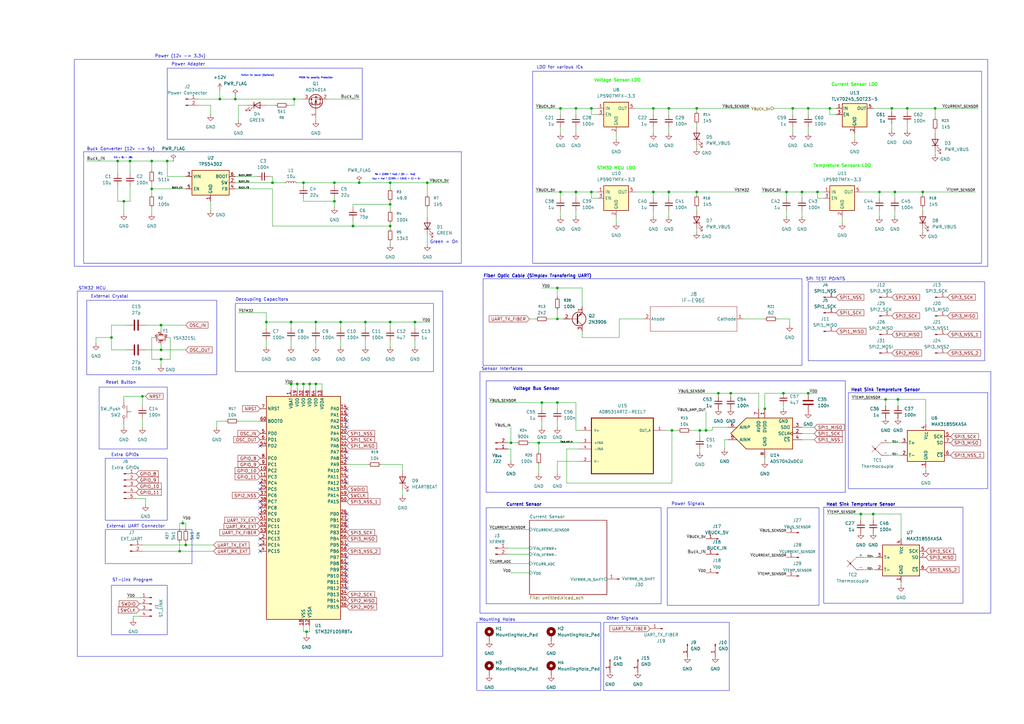
<source format=kicad_sch>
(kicad_sch (version 20250114) (generator "eeschema") (generator_version "9.0")
  (paper "A3")
  (title_block (title "Tesla Coil Sensor Board") (date "2025-10-15") (rev "2.0") (company "Will Buchta Inc."))
  (rectangle (start 198.12 114.3) (end 328.93 149.86))
  (rectangle (start 273.685 208.28) (end 335.915 248.285))
  (rectangle (start 43.18 217.17) (end 78.74 231.14))
  (rectangle (start 195.58 255.27) (end 246.38 283.21))
  (rectangle (start 31.75 119.38) (end 181.61 269.24))
  (rectangle (start 68.58 27.94) (end 148.59 57.15))
  (rectangle (start 34.29 62.23) (end 189.23 107.95))
  (rectangle (start 199.39 208.28) (end 271.145 247.65))
  (rectangle (start 247.65 255.27) (end 299.085 283.21))
  (rectangle (start 30.48 24.384) (end 405.13 109.22))
  (rectangle (start 337.82 208.026) (end 394.97 247.396))
  (rectangle (start 40.64 158.75) (end 68.58 184.15))
  (rectangle (start 331.47 115.57) (end 403.86 147.955))
  (rectangle (start 196.85 152.4) (end 406.4 251.46))
  (rectangle (start 199.39 156.21) (end 346.71 201.93))
  (rectangle (start 35.56 123.19) (end 88.9 153.67))
  (rectangle (start 347.98 161.036) (end 405.13 200.406))
  (rectangle (start 43.18 187.96) (end 68.58 213.36))
  (rectangle (start 96.52 124.46) (end 177.8 152.4))
  (rectangle (start 45.72 240.03) (end 68.58 260.35))
  (rectangle (start 218.44 29.21) (end 402.59 107.95))
  (text "VIN = 8v - 28v" (at 50.546 64.77 0) (effects (font (size 0.635 0.635))))
  (text "Buck Converter (12v -> 5v)" (at 49.53 61.214 0) (effects (font (size 1.27 1.27))))
  (text "External UART Connector" (at 55.626 215.9 0) (effects (font (size 1.27 1.27))))
  (text "Extra GPIOs" (at 51.308 186.69 0) (effects (font (size 1.27 1.27))))
  (text "Voltage Sensor LDO" (at 253.238 33.02 0) (effects (font (size 1.27 1.27) (thickness 0.254) (bold yes))))
  (text "STM32 MCU" (at 37.846 118.364 0) (effects (font (size 1.27 1.27))))
  (text "Tempreture Sensors LDO" (at 345.44 68.072 0) (effects (font (size 1.27 1.27) (thickness 0.254) (bold yes))))
  (text "PMOS for polarity Protection" (at 129.54 32.004 0) (effects (font (size 0.635 0.635))))
  (text "ST-Link Program" (at 54.356 237.998 0) (effects (font (size 1.27 1.27))))
  (text "V_{out} = V_{ref} * ((${/7d2b8b18-2b1d-4205-bb61-6bb6cbb5ac4a/89bca724-a266-448c-a9d5-ca9f72e86c23:VALUE} / ${/7d2b8b18-2b1d-4205-bb61-6bb6cbb5ac4a/91c83ef0-f29f-4584-b8a1-8d414c7faf71:VALUE}) + 1) = 5v" (at 162.56 73.406 0) (effects (font (size 0.635 0.635))))
  (text "Heat Sink Tempreture Sensor" (at 363.22 160.02 0) (effects (font (size 1.27 1.27) (thickness 0.254) (bold yes))))
  (text "SPI TEST POINTS" (at 338.582 114.554 0) (effects (font (size 1.27 1.27))))
  (text "R_{5} = (${/7d2b8b18-2b1d-4205-bb61-6bb6cbb5ac4a/89bca724-a266-448c-a9d5-ca9f72e86c23:VALUE} * V_{ref}) / (5v -  V_{ref})" (at 162.052 71.628 0) (effects (font (size 0.635 0.635))))
  (text "Power (12v -> 3.3v)" (at 73.914 23.114 0) (effects (font (size 1.27 1.27))))
  (text "Fiber Optic Cable (Simplex Transfering UART)" (at 220.472 113.284 0) (effects (font (size 1.27 1.27) (thickness 0.254) (bold yes))))
  (text "Mounting Holes" (at 203.962 254.254 0) (effects (font (size 1.27 1.27))))
  (text "Power Adapter" (at 77.216 26.416 0) (effects (font (size 1.27 1.27))))
  (text "STM32 MCU LDO" (at 252.73 69.088 0) (effects (font (size 1.27 1.27) (thickness 0.254) (bold yes))))
  (text "Power Signals" (at 282.194 206.756 0) (effects (font (size 1.27 1.27))))
  (text "Switch for power (Optional)" (at 105.664 30.988 0) (effects (font (size 0.635 0.635))))
  (text "Other Signals" (at 255.27 253.746 0) (effects (font (size 1.27 1.27))))
  (text "Heat Sink Tempreture Sensor" (at 353.06 207.01 0) (effects (font (size 1.27 1.27) (thickness 0.254) (bold yes))))
  (text "Sensor Interfaces" (at 205.994 151.384 0) (effects (font (size 1.27 1.27))))
  (text "Current Sensor LDO" (at 350.52 34.798 0) (effects (font (size 1.27 1.27) (thickness 0.254) (bold yes))))
  (text "Current Sensor" (at 214.884 207.01 0) (effects (font (size 1.27 1.27) (thickness 0.254) (bold yes))))
  (text "External Crystal" (at 44.958 121.666 0) (effects (font (size 1.27 1.27))))
  (text "LDO for various ICs" (at 229.616 27.686 0) (effects (font (size 1.27 1.27))))
  (text "Green = On" (at 182.118 99.314 0) (effects (font (size 1.27 1.27))))
  (text "Reset Button\n" (at 49.53 156.972 0) (effects (font (size 1.27 1.27))))
  (text "Decoupling Capacitors" (at 107.442 122.936 0) (effects (font (size 1.27 1.27))))
  (text "Voltage Bus Sensor" (at 219.964 159.512 0) (effects (font (size 1.27 1.27) (thickness 0.254) (bold yes))))
  (junction (at 360.68 78.74))
  (junction (at 129.54 132.08))
  (junction (at 236.22 78.74))
  (junction (at 160.02 83.82))
  (junction (at 328.93 78.74))
  (junction (at 50.8 82.55))
  (junction (at 289.56 176.53))
  (junction (at 160.02 132.08))
  (junction (at 222.25 165.1))
  (junction (at 53.34 66.04))
  (junction (at 365.76 44.45))
  (junction (at 340.36 44.45))
  (junction (at 358.14 210.82))
  (junction (at 48.26 66.04))
  (junction (at 325.12 44.45))
  (junction (at 430.53 54.61))
  (junction (at 66.04 143.51))
  (junction (at 62.23 77.47))
  (junction (at 229.87 78.74))
  (junction (at 236.22 44.45))
  (junction (at 430.53 105.41))
  (junction (at 175.26 74.93))
  (junction (at 322.58 78.74))
  (junction (at 430.53 92.71))
  (junction (at 353.06 210.82))
  (junction (at 228.6 165.1))
  (junction (at 274.32 78.74))
  (junction (at 74.93 214.63))
  (junction (at 285.75 44.45))
  (junction (at 274.32 44.45))
  (junction (at 294.64 161.29))
  (junction (at 430.53 60.96))
  (junction (at 58.42 162.56))
  (junction (at 124.46 74.93))
  (junction (at 121.92 157.48))
  (junction (at 124.46 157.48))
  (junction (at 137.16 82.55))
  (junction (at 109.22 132.08))
  (junction (at 267.97 78.74))
  (junction (at 160.02 74.93))
  (junction (at 160.02 92.71))
  (junction (at 331.47 44.45))
  (junction (at 125.73 259.08))
  (junction (at 90.17 40.64))
  (junction (at 137.16 74.93))
  (junction (at 119.38 157.48))
  (junction (at 228.6 118.11))
  (junction (at 66.04 133.35))
  (junction (at 229.87 44.45))
  (junction (at 96.52 40.64))
  (junction (at 170.18 132.08))
  (junction (at 139.7 132.08))
  (junction (at 76.2 223.52))
  (junction (at 331.47 161.29))
  (junction (at 127 157.48))
  (junction (at 299.72 161.29))
  (junction (at 285.75 78.74))
  (junction (at 220.98 181.61))
  (junction (at 120.65 40.64))
  (junction (at 144.78 92.71))
  (junction (at 209.55 181.61))
  (junction (at 275.59 176.53))
  (junction (at 383.54 44.45))
  (junction (at 149.86 132.08))
  (junction (at 287.02 176.53))
  (junction (at 111.76 74.93))
  (junction (at 68.58 66.04))
  (junction (at 335.28 78.74))
  (junction (at 372.11 44.45))
  (junction (at 45.72 138.43))
  (junction (at 368.3 163.83))
  (junction (at 367.03 78.74))
  (junction (at 430.53 43.18))
  (junction (at 129.54 157.48))
  (junction (at 313.69 167.64))
  (junction (at 73.66 226.06))
  (junction (at 242.57 44.45))
  (junction (at 321.31 161.29))
  (junction (at 66.04 147.32))
  (junction (at 363.22 163.83))
  (junction (at 378.46 78.74))
  (junction (at 242.57 78.74))
  (junction (at 430.53 99.06))
  (junction (at 228.6 130.81))
  (junction (at 267.97 44.45))
  (junction (at 119.38 132.08))
  (junction (at 62.23 66.04))
  (junction (at 147.32 74.93))
  (no_connect (at 106.68 200.66))
  (no_connect (at 142.24 167.64))
  (no_connect (at 106.68 182.88))
  (no_connect (at 142.24 210.82))
  (no_connect (at 142.24 236.22))
  (no_connect (at 142.24 193.04))
  (no_connect (at 106.68 220.98))
  (no_connect (at 142.24 233.68))
  (no_connect (at 106.68 223.52))
  (no_connect (at 142.24 228.6))
  (no_connect (at 142.24 187.96))
  (no_connect (at 142.24 215.9))
  (no_connect (at 106.68 205.74))
  (no_connect (at 142.24 213.36))
  (no_connect (at 142.24 231.14))
  (no_connect (at 106.68 208.28))
  (no_connect (at 142.24 172.72))
  (no_connect (at 142.24 175.26))
  (no_connect (at 142.24 185.42))
  (no_connect (at 142.24 238.76))
  (no_connect (at 142.24 170.18))
  (no_connect (at 106.68 210.82))
  (no_connect (at 106.68 198.12))
  (no_connect (at 142.24 241.3))
  (no_connect (at 142.24 223.52))
  (no_connect (at 142.24 198.12))
  (no_connect (at 106.68 226.06))
  (no_connect (at 142.24 195.58))
  (wire (pts (xy 68.58 66.04) (xy 68.58 72.39)))
  (wire (pts (xy 367.03 86.36) (xy 367.03 88.9)))
  (wire (pts (xy 299.72 162.56) (xy 299.72 161.29)))
  (wire (pts (xy 228.6 127) (xy 228.6 130.81)))
  (wire (pts (xy 328.93 177.8) (xy 334.01 177.8)))
  (wire (pts (xy 340.36 44.45) (xy 342.9 44.45)))
  (wire (pts (xy 62.23 138.43) (xy 62.23 147.32)))
  (wire (pts (xy 365.76 44.45) (xy 372.11 44.45)))
  (wire (pts (xy 96.52 77.47) (xy 111.76 77.47)))
  (wire (pts (xy 217.17 181.61) (xy 220.98 181.61)))
  (wire (pts (xy 335.28 78.74) (xy 337.82 78.74)))
  (wire (pts (xy 124.46 74.93) (xy 137.16 74.93)))
  (wire (pts (xy 109.22 139.7) (xy 109.22 142.24)))
  (wire (pts (xy 364.49 181.61) (xy 369.57 181.61)))
  (wire (pts (xy 219.71 78.74) (xy 229.87 78.74)))
  (wire (pts (xy 433.07 92.71) (xy 433.07 85.09)))
  (wire (pts (xy 50.8 173.99) (xy 50.8 175.26)))
  (wire (pts (xy 121.92 74.93) (xy 124.46 74.93)))
  (wire (pts (xy 242.57 78.74) (xy 245.11 78.74)))
  (wire (pts (xy 238.76 118.11) (xy 238.76 125.73)))
  (wire (pts (xy 354.33 233.68) (xy 359.41 233.68)))
  (wire (pts (xy 208.28 224.79) (xy 217.17 224.79)))
  (wire (pts (xy 325.12 52.07) (xy 325.12 54.61)))
  (wire (pts (xy 292.1 175.26) (xy 298.45 175.26)))
  (wire (pts (xy 73.66 226.06) (xy 58.42 226.06)))
  (wire (pts (xy 331.47 44.45) (xy 340.36 44.45)))
  (wire (pts (xy 96.52 74.93) (xy 111.76 74.93)))
  (wire (pts (xy 124.46 157.48) (xy 127 157.48)))
  (wire (pts (xy 69.85 138.43) (xy 69.85 147.32)))
  (wire (pts (xy 232.41 184.15) (xy 232.41 198.12)))
  (wire (pts (xy 323.85 133.35) (xy 323.85 130.81)))
  (wire (pts (xy 313.69 168.91) (xy 313.69 167.64)))
  (wire (pts (xy 229.87 44.45) (xy 236.22 44.45)))
  (wire (pts (xy 69.85 147.32) (xy 66.04 147.32)))
  (wire (pts (xy 48.26 82.55) (xy 50.8 82.55)))
  (wire (pts (xy 312.42 78.74) (xy 322.58 78.74)))
  (wire (pts (xy 285.75 44.45) (xy 285.75 45.72)))
  (wire (pts (xy 245.11 46.99) (xy 242.57 46.99)))
  (wire (pts (xy 367.03 78.74) (xy 378.46 78.74)))
  (wire (pts (xy 74.93 214.63) (xy 76.2 214.63)))
  (wire (pts (xy 127 157.48) (xy 127 160.02)))
  (wire (pts (xy 372.11 44.45) (xy 383.54 44.45)))
  (wire (pts (xy 144.78 92.71) (xy 144.78 90.17)))
  (wire (pts (xy 111.76 77.47) (xy 111.76 92.71)))
  (wire (pts (xy 124.46 157.48) (xy 124.46 160.02)))
  (wire (pts (xy 274.32 44.45) (xy 274.32 46.99)))
  (wire (pts (xy 273.05 176.53) (xy 275.59 176.53)))
  (wire (pts (xy 139.7 132.08) (xy 139.7 134.62)))
  (wire (pts (xy 39.37 138.43) (xy 45.72 138.43)))
  (wire (pts (xy 287.02 184.15) (xy 287.02 185.42)))
  (wire (pts (xy 228.6 118.11) (xy 228.6 121.92)))
  (wire (pts (xy 321.31 166.37) (xy 321.31 167.64)))
  (wire (pts (xy 111.76 72.39) (xy 111.76 74.93)))
  (wire (pts (xy 97.79 43.18) (xy 101.6 43.18)))
  (wire (pts (xy 353.06 213.36) (xy 353.06 210.82)))
  (wire (pts (xy 430.53 99.06) (xy 433.07 99.06)))
  (wire (pts (xy 217.17 130.81) (xy 219.71 130.81)))
  (wire (pts (xy 66.04 143.51) (xy 76.2 143.51)))
  (wire (pts (xy 285.75 85.09) (xy 285.75 86.36)))
  (wire (pts (xy 274.32 86.36) (xy 274.32 88.9)))
  (wire (pts (xy 430.53 43.18) (xy 431.8 43.18)))
  (wire (pts (xy 124.46 82.55) (xy 137.16 82.55)))
  (wire (pts (xy 119.38 157.48) (xy 119.38 160.02)))
  (wire (pts (xy 342.9 46.99) (xy 340.36 46.99)))
  (wire (pts (xy 334.01 175.26) (xy 328.93 175.26)))
  (wire (pts (xy 200.66 231.14) (xy 217.17 231.14)))
  (wire (pts (xy 147.32 74.93) (xy 160.02 74.93)))
  (wire (pts (xy 142.24 190.5) (xy 151.13 190.5)))
  (wire (pts (xy 383.54 48.26) (xy 383.54 44.45)))
  (wire (pts (xy 58.42 171.45) (xy 58.42 175.26)))
  (wire (pts (xy 137.16 82.55) (xy 137.16 85.09)))
  (wire (pts (xy 119.38 139.7) (xy 119.38 142.24)))
  (wire (pts (xy 97.79 49.53) (xy 97.79 43.18)))
  (wire (pts (xy 228.6 165.1) (xy 228.6 167.64)))
  (wire (pts (xy 350.52 54.61) (xy 350.52 57.15)))
  (wire (pts (xy 238.76 135.89) (xy 238.76 138.43)))
  (wire (pts (xy 50.8 87.63) (xy 50.8 82.55)))
  (wire (pts (xy 139.7 139.7) (xy 139.7 142.24)))
  (wire (pts (xy 124.46 76.2) (xy 124.46 74.93)))
  (wire (pts (xy 73.66 214.63) (xy 73.66 217.17)))
  (wire (pts (xy 331.47 52.07) (xy 331.47 54.61)))
  (wire (pts (xy 367.03 78.74) (xy 367.03 81.28)))
  (wire (pts (xy 260.35 78.74) (xy 267.97 78.74)))
  (wire (pts (xy 81.28 43.18) (xy 86.36 43.18)))
  (wire (pts (xy 438.15 60.96) (xy 440.69 60.96)))
  (wire (pts (xy 228.6 189.23) (xy 237.49 189.23)))
  (wire (pts (xy 430.53 99.06) (xy 430.53 92.71)))
  (wire (pts (xy 438.15 54.61) (xy 440.69 54.61)))
  (wire (pts (xy 372.11 44.45) (xy 372.11 45.72)))
  (wire (pts (xy 360.68 86.36) (xy 360.68 88.9)))
  (wire (pts (xy 129.54 49.53) (xy 129.54 48.26)))
  (wire (pts (xy 267.97 44.45) (xy 274.32 44.45)))
  (wire (pts (xy 294.64 162.56) (xy 294.64 161.29)))
  (wire (pts (xy 285.75 78.74) (xy 285.75 80.01)))
  (wire (pts (xy 35.56 66.04) (xy 48.26 66.04)))
  (wire (pts (xy 149.86 139.7) (xy 149.86 142.24)))
  (wire (pts (xy 170.18 132.08) (xy 170.18 134.62)))
  (wire (pts (xy 90.17 40.64) (xy 96.52 40.64)))
  (wire (pts (xy 325.12 44.45) (xy 331.47 44.45)))
  (wire (pts (xy 111.76 72.39) (xy 110.49 72.39)))
  (wire (pts (xy 62.23 66.04) (xy 62.23 69.85)))
  (wire (pts (xy 63.5 138.43) (xy 62.23 138.43)))
  (wire (pts (xy 353.06 78.74) (xy 360.68 78.74)))
  (wire (pts (xy 45.72 133.35) (xy 52.07 133.35)))
  (wire (pts (xy 323.85 130.81) (xy 318.77 130.81)))
  (wire (pts (xy 274.32 78.74) (xy 274.32 81.28)))
  (wire (pts (xy 74.93 214.63) (xy 73.66 214.63)))
  (wire (pts (xy 242.57 46.99) (xy 242.57 44.45)))
  (wire (pts (xy 144.78 85.09) (xy 144.78 83.82)))
  (wire (pts (xy 209.55 175.26) (xy 209.55 181.61)))
  (wire (pts (xy 160.02 132.08) (xy 170.18 132.08)))
  (wire (pts (xy 76.2 214.63) (xy 76.2 217.17)))
  (wire (pts (xy 52.07 245.11) (xy 57.15 245.11)))
  (wire (pts (xy 339.09 210.82) (xy 353.06 210.82)))
  (wire (pts (xy 149.86 132.08) (xy 149.86 134.62)))
  (wire (pts (xy 287.02 179.07) (xy 287.02 176.53)))
  (wire (pts (xy 313.69 187.96) (xy 313.69 189.23)))
  (wire (pts (xy 66.04 133.35) (xy 76.2 133.35)))
  (wire (pts (xy 58.42 162.56) (xy 58.42 166.37)))
  (wire (pts (xy 220.98 181.61) (xy 237.49 181.61)))
  (wire (pts (xy 68.58 138.43) (xy 69.85 138.43)))
  (wire (pts (xy 353.06 210.82) (xy 358.14 210.82)))
  (wire (pts (xy 267.97 78.74) (xy 274.32 78.74)))
  (wire (pts (xy 54.61 252.73) (xy 54.61 254)))
  (wire (pts (xy 294.64 161.29) (xy 299.72 161.29)))
  (wire (pts (xy 58.42 223.52) (xy 76.2 223.52)))
  (wire (pts (xy 81.28 40.64) (xy 90.17 40.64)))
  (wire (pts (xy 438.15 105.41) (xy 440.69 105.41)))
  (wire (pts (xy 129.54 132.08) (xy 139.7 132.08)))
  (wire (pts (xy 175.26 74.93) (xy 184.15 74.93)))
  (wire (pts (xy 125.73 260.35) (xy 125.73 259.08)))
  (wire (pts (xy 229.87 52.07) (xy 229.87 54.61)))
  (wire (pts (xy 48.26 71.12) (xy 48.26 66.04)))
  (wire (pts (xy 59.69 133.35) (xy 66.04 133.35)))
  (wire (pts (xy 119.38 132.08) (xy 129.54 132.08)))
  (wire (pts (xy 228.6 165.1) (xy 236.22 165.1)))
  (wire (pts (xy 236.22 44.45) (xy 236.22 46.99)))
  (wire (pts (xy 430.53 92.71) (xy 430.53 85.09)))
  (wire (pts (xy 383.54 62.23) (xy 383.54 63.5)))
  (wire (pts (xy 222.25 118.11) (xy 228.6 118.11)))
  (wire (pts (xy 165.1 200.66) (xy 165.1 203.2)))
  (wire (pts (xy 369.57 210.82) (xy 369.57 220.98)))
  (wire (pts (xy 311.15 161.29) (xy 311.15 167.64)))
  (wire (pts (xy 129.54 157.48) (xy 132.08 157.48)))
  (wire (pts (xy 87.63 223.52) (xy 76.2 223.52)))
  (wire (pts (xy 433.07 92.71) (xy 430.53 92.71)))
  (wire (pts (xy 134.62 40.64) (xy 147.32 40.64)))
  (wire (pts (xy 260.35 44.45) (xy 267.97 44.45)))
  (wire (pts (xy 53.34 66.04) (xy 62.23 66.04)))
  (wire (pts (xy 76.2 222.25) (xy 76.2 223.52)))
  (wire (pts (xy 285.75 93.98) (xy 285.75 95.25)))
  (wire (pts (xy 299.72 161.29) (xy 311.15 161.29)))
  (wire (pts (xy 378.46 93.98) (xy 378.46 95.25)))
  (wire (pts (xy 236.22 78.74) (xy 236.22 81.28)))
  (wire (pts (xy 430.53 54.61) (xy 433.07 54.61)))
  (wire (pts (xy 120.65 40.64) (xy 124.46 40.64)))
  (wire (pts (xy 274.32 52.07) (xy 274.32 54.61)))
  (wire (pts (xy 66.04 149.86) (xy 66.04 147.32)))
  (wire (pts (xy 73.66 222.25) (xy 73.66 226.06)))
  (wire (pts (xy 267.97 52.07) (xy 267.97 54.61)))
  (wire (pts (xy 360.68 78.74) (xy 367.03 78.74)))
  (wire (pts (xy 74.93 213.36) (xy 74.93 214.63)))
  (wire (pts (xy 121.92 157.48) (xy 121.92 160.02)))
  (wire (pts (xy 219.71 44.45) (xy 229.87 44.45)))
  (wire (pts (xy 433.07 105.41) (xy 430.53 105.41)))
  (wire (pts (xy 228.6 194.31) (xy 228.6 189.23)))
  (wire (pts (xy 160.02 74.93) (xy 160.02 77.47)))
  (wire (pts (xy 222.25 165.1) (xy 222.25 167.64)))
  (wire (pts (xy 119.38 157.48) (xy 121.92 157.48)))
  (wire (pts (xy 120.65 43.18) (xy 118.11 43.18)))
  (wire (pts (xy 228.6 130.81) (xy 231.14 130.81)))
  (wire (pts (xy 208.28 184.15) (xy 209.55 184.15)))
  (wire (pts (xy 345.44 88.9) (xy 345.44 91.44)))
  (wire (pts (xy 160.02 92.71) (xy 160.02 91.44)))
  (wire (pts (xy 120.65 40.64) (xy 120.65 43.18)))
  (wire (pts (xy 66.04 133.35) (xy 66.04 135.89)))
  (wire (pts (xy 160.02 132.08) (xy 160.02 134.62)))
  (wire (pts (xy 96.52 40.64) (xy 120.65 40.64)))
  (wire (pts (xy 232.41 198.12) (xy 275.59 198.12)))
  (wire (pts (xy 274.32 44.45) (xy 285.75 44.45)))
  (wire (pts (xy 267.97 44.45) (xy 267.97 46.99)))
  (wire (pts (xy 127 259.08) (xy 127 256.54)))
  (wire (pts (xy 160.02 82.55) (xy 160.02 83.82)))
  (wire (pts (xy 237.49 184.15) (xy 232.41 184.15)))
  (wire (pts (xy 229.87 86.36) (xy 229.87 88.9)))
  (wire (pts (xy 383.54 53.34) (xy 383.54 54.61)))
  (wire (pts (xy 229.87 46.99) (xy 229.87 44.45)))
  (wire (pts (xy 119.38 132.08) (xy 109.22 132.08)))
  (wire (pts (xy 236.22 44.45) (xy 242.57 44.45)))
  (wire (pts (xy 170.18 139.7) (xy 170.18 142.24)))
  (wire (pts (xy 360.68 78.74) (xy 360.68 81.28)))
  (wire (pts (xy 358.14 210.82) (xy 369.57 210.82)))
  (wire (pts (xy 62.23 77.47) (xy 76.2 77.47)))
  (wire (pts (xy 86.36 43.18) (xy 86.36 46.99)))
  (wire (pts (xy 274.32 78.74) (xy 285.75 78.74)))
  (wire (pts (xy 160.02 92.71) (xy 160.02 93.98)))
  (wire (pts (xy 298.45 180.34) (xy 297.18 180.34)))
  (wire (pts (xy 160.02 99.06) (xy 160.02 100.33)))
  (wire (pts (xy 292.1 176.53) (xy 292.1 175.26)))
  (wire (pts (xy 109.22 43.18) (xy 113.03 43.18)))
  (wire (pts (xy 45.72 143.51) (xy 52.07 143.51)))
  (wire (pts (xy 317.5 44.45) (xy 325.12 44.45)))
  (wire (pts (xy 59.69 204.47) (xy 59.69 207.01)))
  (wire (pts (xy 209.55 181.61) (xy 212.09 181.61)))
  (wire (pts (xy 109.22 132.08) (xy 109.22 134.62)))
  (wire (pts (xy 379.73 163.83) (xy 379.73 173.99)))
  (wire (pts (xy 368.3 163.83) (xy 379.73 163.83)))
  (wire (pts (xy 430.53 60.96) (xy 430.53 54.61)))
  (wire (pts (xy 137.16 81.28) (xy 137.16 82.55)))
  (wire (pts (xy 325.12 46.99) (xy 325.12 44.45)))
  (wire (pts (xy 313.69 161.29) (xy 321.31 161.29)))
  (wire (pts (xy 331.47 46.99) (xy 331.47 44.45)))
  (wire (pts (xy 340.36 44.45) (xy 340.36 46.99)))
  (wire (pts (xy 430.53 115.57) (xy 430.53 105.41)))
  (wire (pts (xy 45.72 138.43) (xy 45.72 133.35)))
  (wire (pts (xy 62.23 85.09) (xy 62.23 87.63)))
  (wire (pts (xy 66.04 140.97) (xy 66.04 143.51)))
  (wire (pts (xy 245.11 81.28) (xy 242.57 81.28)))
  (wire (pts (xy 430.53 43.18) (xy 430.53 25.4)))
  (wire (pts (xy 209.55 234.95) (xy 217.17 234.95)))
  (wire (pts (xy 378.46 78.74) (xy 378.46 80.01)))
  (wire (pts (xy 236.22 78.74) (xy 242.57 78.74)))
  (wire (pts (xy 160.02 139.7) (xy 160.02 142.24)))
  (wire (pts (xy 365.76 44.45) (xy 365.76 45.72)))
  (wire (pts (xy 62.23 147.32) (xy 66.04 147.32)))
  (wire (pts (xy 59.69 143.51) (xy 66.04 143.51)))
  (wire (pts (xy 242.57 44.45) (xy 245.11 44.45)))
  (wire (pts (xy 208.28 227.33) (xy 217.17 227.33)))
  (wire (pts (xy 139.7 132.08) (xy 149.86 132.08)))
  (wire (pts (xy 53.34 71.12) (xy 53.34 66.04)))
  (wire (pts (xy 368.3 166.37) (xy 368.3 163.83)))
  (wire (pts (xy 430.53 69.85) (xy 430.53 60.96)))
  (wire (pts (xy 224.79 130.81) (xy 228.6 130.81)))
  (wire (pts (xy 127 157.48) (xy 129.54 157.48)))
  (wire (pts (xy 220.98 181.61) (xy 220.98 185.42)))
  (wire (pts (xy 129.54 157.48) (xy 129.54 160.02)))
  (wire (pts (xy 45.72 138.43) (xy 45.72 143.51)))
  (wire (pts (xy 111.76 92.71) (xy 144.78 92.71)))
  (wire (pts (xy 124.46 256.54) (xy 124.46 259.08)))
  (wire (pts (xy 208.28 181.61) (xy 209.55 181.61)))
  (wire (pts (xy 242.57 81.28) (xy 242.57 78.74)))
  (wire (pts (xy 129.54 139.7) (xy 129.54 142.24)))
  (wire (pts (xy 62.23 77.47) (xy 62.23 80.01)))
  (wire (pts (xy 96.52 39.37) (xy 96.52 40.64)))
  (wire (pts (xy 363.22 163.83) (xy 368.3 163.83)))
  (wire (pts (xy 137.16 74.93) (xy 147.32 74.93)))
  (wire (pts (xy 372.11 50.8) (xy 372.11 53.34)))
  (wire (pts (xy 369.57 238.76) (xy 369.57 240.03)))
  (wire (pts (xy 170.18 132.08) (xy 176.53 132.08)))
  (wire (pts (xy 358.14 213.36) (xy 358.14 210.82)))
  (wire (pts (xy 53.34 76.2) (xy 53.34 82.55)))
  (wire (pts (xy 48.26 66.04) (xy 53.34 66.04)))
  (wire (pts (xy 96.52 72.39) (xy 105.41 72.39)))
  (wire (pts (xy 125.73 259.08) (xy 127 259.08)))
  (wire (pts (xy 430.53 105.41) (xy 430.53 99.06)))
  (wire (pts (xy 220.98 190.5) (xy 220.98 194.31)))
  (wire (pts (xy 160.02 74.93) (xy 175.26 74.93)))
  (wire (pts (xy 236.22 176.53) (xy 237.49 176.53)))
  (wire (pts (xy 322.58 78.74) (xy 328.93 78.74)))
  (wire (pts (xy 236.22 52.07) (xy 236.22 54.61)))
  (wire (pts (xy 364.49 186.69) (xy 369.57 186.69)))
  (wire (pts (xy 57.15 252.73) (xy 54.61 252.73)))
  (wire (pts (xy 144.78 83.82) (xy 160.02 83.82)))
  (wire (pts (xy 165.1 190.5) (xy 165.1 193.04)))
  (wire (pts (xy 59.69 162.56) (xy 58.42 162.56)))
  (wire (pts (xy 129.54 132.08) (xy 129.54 134.62)))
  (wire (pts (xy 121.92 157.48) (xy 124.46 157.48)))
  (wire (pts (xy 175.26 74.93) (xy 175.26 80.01)))
  (wire (pts (xy 304.8 130.81) (xy 313.69 130.81)))
  (wire (pts (xy 62.23 74.93) (xy 62.23 77.47)))
  (wire (pts (xy 289.56 176.53) (xy 292.1 176.53)))
  (wire (pts (xy 228.6 172.72) (xy 228.6 175.26)))
  (wire (pts (xy 354.33 228.6) (xy 359.41 228.6)))
  (wire (pts (xy 445.77 43.18) (xy 447.04 43.18)))
  (wire (pts (xy 297.18 180.34) (xy 297.18 184.15)))
  (wire (pts (xy 50.8 162.56) (xy 58.42 162.56)))
  (wire (pts (xy 97.79 128.27) (xy 109.22 128.27)))
  (wire (pts (xy 62.23 66.04) (xy 68.58 66.04)))
  (wire (pts (xy 116.84 157.48) (xy 119.38 157.48)))
  (wire (pts (xy 252.73 88.9) (xy 252.73 91.44)))
  (wire (pts (xy 252.73 54.61) (xy 252.73 57.15)))
  (wire (pts (xy 383.54 44.45) (xy 401.32 44.45)))
  (wire (pts (xy 73.66 226.06) (xy 87.63 226.06)))
  (wire (pts (xy 236.22 86.36) (xy 236.22 88.9)))
  (wire (pts (xy 111.76 74.93) (xy 116.84 74.93)))
  (wire (pts (xy 436.88 43.18) (xy 438.15 43.18)))
  (wire (pts (xy 48.26 76.2) (xy 48.26 82.55)))
  (wire (pts (xy 379.73 191.77) (xy 379.73 193.04)))
  (wire (pts (xy 137.16 76.2) (xy 137.16 74.93)))
  (wire (pts (xy 267.97 86.36) (xy 267.97 88.9)))
  (wire (pts (xy 160.02 83.82) (xy 160.02 86.36)))
  (wire (pts (xy 124.46 259.08) (xy 125.73 259.08)))
  (wire (pts (xy 322.58 86.36) (xy 322.58 88.9)))
  (wire (pts (xy 313.69 167.64) (xy 313.69 161.29)))
  (wire (pts (xy 275.59 198.12) (xy 275.59 176.53)))
  (wire (pts (xy 378.46 78.74) (xy 400.05 78.74)))
  (wire (pts (xy 254 138.43) (xy 254 130.81)))
  (wire (pts (xy 378.46 85.09) (xy 378.46 86.36)))
  (wire (pts (xy 124.46 81.28) (xy 124.46 82.55)))
  (wire (pts (xy 200.66 217.17) (xy 217.17 217.17)))
  (wire (pts (xy 328.93 86.36) (xy 328.93 88.9)))
  (wire (pts (xy 349.25 163.83) (xy 363.22 163.83)))
  (wire (pts (xy 200.66 165.1) (xy 222.25 165.1)))
  (wire (pts (xy 132.08 157.48) (xy 132.08 160.02)))
  (wire (pts (xy 331.47 161.29) (xy 335.28 161.29)))
  (wire (pts (xy 222.25 165.1) (xy 228.6 165.1)))
  (wire (pts (xy 285.75 78.74) (xy 307.34 78.74)))
  (wire (pts (xy 275.59 176.53) (xy 278.13 176.53)))
  (wire (pts (xy 287.02 176.53) (xy 289.56 176.53)))
  (wire (pts (xy 144.78 92.71) (xy 160.02 92.71)))
  (wire (pts (xy 86.36 82.55) (xy 86.36 86.36)))
  (wire (pts (xy 156.21 190.5) (xy 165.1 190.5)))
  (wire (pts (xy 88.9 175.26) (xy 88.9 172.72)))
  (wire (pts (xy 322.58 81.28) (xy 322.58 78.74)))
  (wire (pts (xy 50.8 162.56) (xy 50.8 163.83)))
  (wire (pts (xy 55.88 204.47) (xy 59.69 204.47)))
  (wire (pts (xy 430.53 60.96) (xy 433.07 60.96)))
  (wire (pts (xy 119.38 132.08) (xy 119.38 134.62)))
  (wire (pts (xy 68.58 66.04) (xy 71.12 66.04)))
  (wire (pts (xy 285.75 59.69) (xy 285.75 60.96)))
  (wire (pts (xy 285.75 44.45) (xy 307.34 44.45)))
  (wire (pts (xy 175.26 96.52) (xy 175.26 100.33)))
  (wire (pts (xy 335.28 81.28) (xy 335.28 78.74)))
  (wire (pts (xy 430.53 54.61) (xy 430.53 43.18)))
  (wire (pts (xy 53.34 82.55) (xy 50.8 82.55)))
  (wire (pts (xy 328.93 78.74) (xy 328.93 81.28)))
  (wire (pts (xy 229.87 78.74) (xy 236.22 78.74)))
  (wire (pts (xy 285.75 50.8) (xy 285.75 52.07)))
  (wire (pts (xy 209.55 184.15) (xy 209.55 189.23)))
  (wire (pts (xy 337.82 81.28) (xy 335.28 81.28)))
  (wire (pts (xy 149.86 132.08) (xy 160.02 132.08)))
  (wire (pts (xy 321.31 161.29) (xy 331.47 161.29)))
  (wire (pts (xy 365.76 50.8) (xy 365.76 53.34)))
  (wire (pts (xy 90.17 36.83) (xy 90.17 40.64)))
  (wire (pts (xy 175.26 85.09) (xy 175.26 88.9)))
  (wire (pts (xy 39.37 140.97) (xy 39.37 138.43)))
  (wire (pts (xy 228.6 118.11) (xy 238.76 118.11)))
  (wire (pts (xy 109.22 128.27) (xy 109.22 132.08)))
  (wire (pts (xy 222.25 172.72) (xy 222.25 175.26)))
  (wire (pts (xy 328.93 78.74) (xy 335.28 78.74)))
  (wire (pts (xy 328.93 180.34) (xy 334.01 180.34)))
  (wire (pts (xy 278.13 161.29) (xy 294.64 161.29)))
  (wire (pts (xy 229.87 81.28) (xy 229.87 78.74)))
  (wire (pts (xy 289.56 168.91) (xy 289.56 176.53)))
  (wire (pts (xy 440.69 77.47) (xy 441.96 77.47)))
  (wire (pts (xy 363.22 166.37) (xy 363.22 163.83)))
  (wire (pts (xy 438.15 99.06) (xy 440.69 99.06)))
  (wire (pts (xy 283.21 176.53) (xy 287.02 176.53)))
  (wire (pts (xy 236.22 165.1) (xy 236.22 176.53)))
  (wire (pts (xy 267.97 78.74) (xy 267.97 81.28)))
  (wire (pts (xy 68.58 72.39) (xy 76.2 72.39)))
  (wire (pts (xy 88.9 172.72) (xy 92.71 172.72)))
  (wire (pts (xy 358.14 44.45) (xy 365.76 44.45)))
  (wire (pts (xy 238.76 138.43) (xy 254 138.43)))
  (wire (pts (xy 97.79 172.72) (xy 106.68 172.72)))
  (wire (pts (xy 254 130.81) (xy 264.16 130.81)))
  (label "V_{TEMP_SENSOR}" (at 339.09 210.82 0))
  (label "BUCK_BOOT" (at 97.79 72.39 0) (effects (font (size 0.635 0.635))))
  (label "V_{TEMP_SENSOR}" (at 349.25 163.83 0))
  (label "V_{DD}" (at 289.56 234.95 180))
  (label "V_{CURRENT_SENSOR}" (at 322.58 228.6 180))
  (label "V_{BUCK_5V}" (at 219.71 44.45 0))
  (label "V_{BUCK_5V}" (at 219.71 78.74 0))
  (label "V_{BUS_AMP_IN}" (at 234.95 181.61 180) (effects (font (size 0.635 0.635))))
  (label "TC1-" (at 365.76 186.69 0) (effects (font (size 0.635 0.635))))
  (label "V_{BUCK_5V}" (at 312.42 78.74 0))
  (label "V_{BUCK_5V}" (at 184.15 74.93 180))
  (label "TC1+" (at 365.76 181.61 0) (effects (font (size 0.635 0.635))))
  (label "V_{BUCK_5V}" (at 430.53 115.57 90))
  (label "V_{BUS_SENSOR}" (at 307.34 44.45 180))
  (label "V_{DD}" (at 209.55 234.95 180))
  (label "V_{STM32}" (at 97.79 128.27 0))
  (label "V_{TEMP_SENSOR}" (at 322.58 236.22 180))
  (label "TC2-" (at 355.6 233.68 0) (effects (font (size 0.635 0.635))))
  (label "V_{BUS_IN}" (at 209.55 175.26 180))
  (label "V_{CURRENT_SENSOR}" (at 401.32 44.45 180))
  (label "BUCK_FB" (at 97.79 77.47 0) (effects (font (size 0.635 0.635))))
  (label "TC2+" (at 355.6 228.6 0) (effects (font (size 0.635 0.635))))
  (label "Buck_IN" (at 289.56 227.33 180))
  (label "V_{CURR_ADC}" (at 430.53 25.4 270))
  (label "Buck_IN" (at 147.32 40.64 180))
  (label "V_{STM32}" (at 307.34 78.74 180))
  (label "V_{BUS_AMP_OUT}" (at 289.56 168.91 180))
  (label "V_{BUS_SENSOR}" (at 200.66 165.1 0))
  (label "V_{DD}" (at 74.93 213.36 0))
  (label "Buck_IN" (at 35.56 66.04 0))
  (label "V_{DD}" (at 335.28 161.29 180))
  (label "BUCK_EN" (at 74.93 77.47 180) (effects (font (size 0.635 0.635))))
  (label "V_{DD}" (at 116.84 157.48 0))
  (label "V_{CURR_ADC}" (at 200.66 231.14 0))
  (label "BUCK_SW" (at 97.79 74.93 0) (effects (font (size 0.635 0.635))))
  (label "V_{TEMP_SENSOR}" (at 400.05 78.74 180))
  (label "V_{BUS_SENSOR}" (at 278.13 161.29 0))
  (label "V_{DD}" (at 176.53 132.08 180))
  (label "V_{DD}" (at 52.07 245.11 0))
  (label "V_{BUS_SENSOR}" (at 322.58 218.44 180))
  (label "V_{DD}" (at 222.25 118.11 0))
  (label "V_{CURRENT_SENSOR}" (at 200.66 217.17 0))
  (label "V_{BUCK_5V}" (at 289.56 220.98 180))
  (global_label "UART_TX_EXT" (shape input) (at 106.68 213.36 180) (property "Intersheetrefs" "${INTERSHEET_REFS}" (effects (hide yes))))
  (global_label "SPI3_MISO" (shape input) (at 389.89 181.61 0) (property "Intersheetrefs" "${INTERSHEET_REFS}" (effects (hide yes))))
  (global_label "UART_TX_FIBER" (shape input) (at 217.17 130.81 180) (property "Intersheetrefs" "${INTERSHEET_REFS}" (effects (hide yes))))
  (global_label "GPIO_11" (shape input) (at 55.88 201.93 0) (property "Intersheetrefs" "${INTERSHEET_REFS}" (effects (hide yes))))
  (global_label "SPI3_NSS_1" (shape input) (at 389.89 186.69 0) (property "Intersheetrefs" "${INTERSHEET_REFS}" (effects (hide yes))))
  (global_label "SPI2_SCK" (shape input) (at 142.24 243.84 0) (property "Intersheetrefs" "${INTERSHEET_REFS}" (effects (hide yes))))
  (global_label "UART_TX_FIBER" (shape input) (at 106.68 218.44 180) (property "Intersheetrefs" "${INTERSHEET_REFS}" (effects (hide yes))))
  (global_label "SWCLK" (shape input) (at 57.15 250.19 180) (property "Intersheetrefs" "${INTERSHEET_REFS}" (effects (hide yes))))
  (global_label "SPI3_MISO" (shape input) (at 379.73 228.6 0) (property "Intersheetrefs" "${INTERSHEET_REFS}" (effects (hide yes))))
  (global_label "SPI3_SCK" (shape input) (at 388.62 121.92 0) (property "Intersheetrefs" "${INTERSHEET_REFS}" (effects (hide yes))))
  (global_label "OSC_OUT" (shape input) (at 76.2 143.51 0) (property "Intersheetrefs" "${INTERSHEET_REFS}" (effects (hide yes))))
  (global_label "SPI2_MISO" (shape input) (at 142.24 246.38 0) (property "Intersheetrefs" "${INTERSHEET_REFS}" (effects (hide yes))))
  (global_label "SPI3_MISO" (shape input) (at 142.24 220.98 0) (property "Intersheetrefs" "${INTERSHEET_REFS}" (effects (hide yes))))
  (global_label "OSC_IN" (shape input) (at 76.2 133.35 0) (property "Intersheetrefs" "${INTERSHEET_REFS}" (effects (hide yes))))
  (global_label "UART_TX_EXT" (shape input) (at 87.63 223.52 0) (property "Intersheetrefs" "${INTERSHEET_REFS}" (effects (hide yes))))
  (global_label "SPI3_SCK" (shape input) (at 142.24 218.44 0) (property "Intersheetrefs" "${INTERSHEET_REFS}" (effects (hide yes))))
  (global_label "SPI2_MISO" (shape input) (at 365.76 137.16 0) (property "Intersheetrefs" "${INTERSHEET_REFS}" (effects (hide yes))))
  (global_label "SPI2_NSS" (shape input) (at 106.68 203.2 180) (property "Intersheetrefs" "${INTERSHEET_REFS}" (effects (hide yes))))
  (global_label "GPIO_10" (shape input) (at 55.88 199.39 0) (property "Intersheetrefs" "${INTERSHEET_REFS}" (effects (hide yes))))
  (global_label "SPI1_SCK" (shape input) (at 334.01 177.8 0) (property "Intersheetrefs" "${INTERSHEET_REFS}" (effects (hide yes))))
  (global_label "SPI2_MOSI" (shape input) (at 142.24 248.92 0) (property "Intersheetrefs" "${INTERSHEET_REFS}" (effects (hide yes))))
  (global_label "SPI1_SCK" (shape input) (at 342.9 128.27 0) (property "Intersheetrefs" "${INTERSHEET_REFS}" (effects (hide yes))))
  (global_label "SPI3_NSS_2" (shape input) (at 379.73 233.68 0) (property "Intersheetrefs" "${INTERSHEET_REFS}" (effects (hide yes))))
  (global_label "OSC_IN" (shape input) (at 106.68 177.8 180) (property "Intersheetrefs" "${INTERSHEET_REFS}" (effects (hide yes))))
  (global_label "SPI3_NSS_1" (shape input) (at 388.62 137.16 0) (property "Intersheetrefs" "${INTERSHEET_REFS}" (effects (hide yes))))
  (global_label "SPI3_SCK" (shape input) (at 389.89 179.07 0) (property "Intersheetrefs" "${INTERSHEET_REFS}" (effects (hide yes))))
  (global_label "SWDIO" (shape input) (at 57.15 247.65 180) (property "Intersheetrefs" "${INTERSHEET_REFS}" (effects (hide yes))))
  (global_label "SPI1_SCK" (shape input) (at 142.24 180.34 0) (property "Intersheetrefs" "${INTERSHEET_REFS}" (effects (hide yes))))
  (global_label "SPI2_NSS" (shape input) (at 365.76 121.92 0) (property "Intersheetrefs" "${INTERSHEET_REFS}" (effects (hide yes))))
  (global_label "SWDIO" (shape input) (at 142.24 200.66 0) (property "Intersheetrefs" "${INTERSHEET_REFS}" (effects (hide yes))))
  (global_label "SPI2_SCK" (shape input) (at 365.76 129.54 0) (property "Intersheetrefs" "${INTERSHEET_REFS}" (effects (hide yes))))
  (global_label "SPI3_SCK" (shape input) (at 379.73 226.06 0) (property "Intersheetrefs" "${INTERSHEET_REFS}" (effects (hide yes))))
  (global_label "SPI3_NSS_2" (shape input) (at 142.24 226.06 0) (property "Intersheetrefs" "${INTERSHEET_REFS}" (effects (hide yes))))
  (global_label "GPIO_8" (shape input) (at 55.88 194.31 0) (property "Intersheetrefs" "${INTERSHEET_REFS}" (effects (hide yes))))
  (global_label "UART_RX_EXT" (shape input) (at 87.63 226.06 0) (property "Intersheetrefs" "${INTERSHEET_REFS}" (effects (hide yes))))
  (global_label "GPIO_9" (shape input) (at 55.88 196.85 0) (property "Intersheetrefs" "${INTERSHEET_REFS}" (effects (hide yes))))
  (global_label "UART_TX_FIBER" (shape input) (at 266.7 257.81 180) (property "Intersheetrefs" "${INTERSHEET_REFS}" (effects (hide yes))))
  (global_label "GPIO_10" (shape input) (at 106.68 193.04 180) (property "Intersheetrefs" "${INTERSHEET_REFS}" (effects (hide yes))))
  (global_label "OSC_OUT" (shape input) (at 106.68 180.34 180) (property "Intersheetrefs" "${INTERSHEET_REFS}" (effects (hide yes))))
  (global_label "UART_RX_EXT" (shape input) (at 106.68 215.9 180) (property "Intersheetrefs" "${INTERSHEET_REFS}" (effects (hide yes))))
  (global_label "NRST" (shape input) (at 106.68 167.64 180) (property "Intersheetrefs" "${INTERSHEET_REFS}" (effects (hide yes))))
  (global_label "GPIO_11" (shape input) (at 106.68 195.58 180) (property "Intersheetrefs" "${INTERSHEET_REFS}" (effects (hide yes))))
  (global_label "NRST" (shape input) (at 59.69 162.56 0) (property "Intersheetrefs" "${INTERSHEET_REFS}" (effects (hide yes))))
  (global_label "SPI3_NSS_2" (shape input) (at 388.62 144.78 0) (property "Intersheetrefs" "${INTERSHEET_REFS}" (effects (hide yes))))
  (global_label "SPI1_MISO" (shape input) (at 142.24 182.88 0) (property "Intersheetrefs" "${INTERSHEET_REFS}" (effects (hide yes))))
  (global_label "GPIO_9" (shape input) (at 106.68 190.5 180) (property "Intersheetrefs" "${INTERSHEET_REFS}" (effects (hide yes))))
  (global_label "SWCLK" (shape input) (at 142.24 203.2 0) (property "Intersheetrefs" "${INTERSHEET_REFS}" (effects (hide yes))))
  (global_label "GPIO_8" (shape input) (at 106.68 187.96 180) (property "Intersheetrefs" "${INTERSHEET_REFS}" (effects (hide yes))))
  (global_label "SPI2_MOSI" (shape input) (at 365.76 144.78 0) (property "Intersheetrefs" "${INTERSHEET_REFS}" (effects (hide yes))))
  (global_label "SPI1_NSS" (shape input) (at 334.01 180.34 0) (property "Intersheetrefs" "${INTERSHEET_REFS}" (effects (hide yes))))
  (global_label "SPI1_NSS" (shape input) (at 142.24 177.8 0) (property "Intersheetrefs" "${INTERSHEET_REFS}" (effects (hide yes))))
  (global_label "SPI1_MISO" (shape input) (at 334.01 175.26 0) (property "Intersheetrefs" "${INTERSHEET_REFS}" (effects (hide yes))))
  (global_label "SPI1_MISO" (shape input) (at 342.9 135.89 0) (property "Intersheetrefs" "${INTERSHEET_REFS}" (effects (hide yes))))
  (global_label "SPI3_MISO" (shape input) (at 388.62 129.54 0) (property "Intersheetrefs" "${INTERSHEET_REFS}" (effects (hide yes))))
  (global_label "SPI1_NSS" (shape input) (at 342.9 121.92 0) (property "Intersheetrefs" "${INTERSHEET_REFS}" (effects (hide yes))))
  (global_label "SPI3_NSS_1" (shape input) (at 142.24 205.74 0) (property "Intersheetrefs" "${INTERSHEET_REFS}" (effects (hide yes))))
  (hierarchical_label "V_{BUCK_5V}" (shape input) (at 317.5 44.45 180))
  (symbol (lib_id "power:GND") (at 59.69 207.01 0) (unit 1)
    (property "Reference" "#PWR076" (effects (hide yes)))
    (property "Value" "GND" (at 59.69 211.836 0))
    (property "Description" "Power symbol creates a global label with name \"GND\" , ground" (effects (hide yes)))
  )
  (symbol (lib_id "Device:R_Small") (at 73.66 219.71 180) (unit 1)
    (property "Reference" "R27" (at 68.58 219.71 90) (effects (font (size 1.016 1.016))))
    (property "Value" "5k1" (at 71.12 219.71 90))
    (property "Footprint" "Resistor_SMD:R_0603_1608Metric" (effects (hide yes)))
    (property "Description" "Resistor, small symbol" (effects (hide yes)))
  )
  (symbol (lib_id "Device:C_Small") (at 299.72 165.1 0) (unit 1)
    (property "Reference" "C54" (at 302.26 163.8362 0) (effects (justify left)))
    (property "Value" "100n" (at 302.26 166.3762 0) (effects (justify left)))
    (property "Footprint" "Capacitor_SMD:C_0603_1608Metric" (effects (hide yes)))
    (property "Description" "Unpolarized capacitor, small symbol" (effects (hide yes)))
  )
  (symbol (lib_id "power:PWR_FLAG") (at 96.52 39.37 0) (unit 1)
    (property "Reference" "#FLG01" (effects (hide yes)))
    (property "Value" "PWR_FLAG" (at 96.52 34.29 0))
    (property "Description" "Special symbol for telling ERC where power comes from" (effects (hide yes)))
  )
  (symbol (lib_id "power:GND") (at 125.73 260.35 0) (unit 1)
    (property "Reference" "#PWR021" (effects (hide yes)))
    (property "Value" "GND" (at 125.73 265.43 0))
    (property "Description" "Power symbol creates a global label with name \"GND\" , ground" (effects (hide yes)))
  )
  (symbol (lib_id "power:GND") (at 229.87 54.61 0) (unit 1)
    (property "Reference" "#PWR037" (effects (hide yes)))
    (property "Value" "GND" (at 229.87 59.69 0))
    (property "Description" "Power symbol creates a global label with name \"GND\" , ground" (effects (hide yes)))
  )
  (symbol (lib_id "Device:R_Small") (at 220.98 187.96 0) (mirror y) (unit 1)
    (property "Reference" "R25" (at 218.44 186.6899 0) (effects (font (size 1.016 1.016)) (justify left)))
    (property "Value" "100k" (at 218.44 189.2299 0) (effects (justify left)))
    (property "Footprint" "Resistor_SMD:R_0603_1608Metric" (effects (hide yes)))
    (property "Description" "Resistor, small symbol" (effects (hide yes)))
  )
  (symbol (lib_id "power:GND") (at 129.54 49.53 0) (unit 1)
    (property "Reference" "#PWR04" (effects (hide yes)))
    (property "Value" "GND" (at 129.54 54.61 0))
    (property "Description" "Power symbol creates a global label with name \"GND\" , ground" (effects (hide yes)))
  )
  (symbol (lib_id "power:GND") (at 170.18 142.24 0) (unit 1)
    (property "Reference" "#PWR016" (effects (hide yes)))
    (property "Value" "GND" (at 170.18 147.32 0))
    (property "Description" "Power symbol creates a global label with name \"GND\" , ground" (effects (hide yes)))
  )
  (symbol (lib_id "power:GND") (at 365.76 53.34 0) (unit 1)
    (property "Reference" "#PWR089" (effects (hide yes)))
    (property "Value" "GND" (at 365.76 58.42 0))
    (property "Description" "Power symbol creates a global label with name \"GND\" , ground" (effects (hide yes)))
  )
  (symbol (lib_id "Sensor_Temperature:MAX31855KASA") (at 369.57 231.14 0) (unit 1)
    (property "Reference" "U7" (at 371.7133 218.44 0) (effects (justify left)))
    (property "Value" "MAX31855KASA" (at 371.7133 220.98 0) (effects (justify left)))
    (property "Footprint" "Package_SO:SOIC-8_3.9x4.9mm_P1.27mm" (effects (hide yes)))
    (property "Datasheet" "http://datasheets.maximintegrated.com/en/ds/MAX31855.pdf" (effects (hide yes)))
    (property "Description" "Cold Junction K-type Thermocouple Interface, SPI, SOIC-8" (effects (hide yes)))
  )
  (symbol (lib_id "power:GND") (at 86.36 86.36 0) (unit 1)
    (property "Reference" "#PWR064" (effects (hide yes)))
    (property "Value" "GND" (at 90.424 88.138 0))
    (property "Description" "Power symbol creates a global label with name \"GND\" , ground" (effects (hide yes)))
  )
  (symbol (lib_id "Device:C_Small") (at 367.03 83.82 0) (unit 1)
    (property "Reference" "C45" (at 369.57 82.5562 0) (effects (justify left)))
    (property "Value" "100n" (at 369.57 85.0962 0) (effects (justify left)))
    (property "Footprint" "Capacitor_SMD:C_0603_1608Metric" (effects (hide yes)))
    (property "Description" "Unpolarized capacitor, small symbol" (effects (hide yes)))
  )
  (symbol (lib_id "Connector:Conn_01x01_Pin") (at 261.62 270.51 270) (unit 1)
    (property "Reference" "J15" (at 262.89 269.8749 90) (effects (justify left)))
    (property "Value" "GND" (at 262.89 272.4149 90) (effects (justify left)))
    (property "Footprint" "Connector_PinHeader_2.54mm:PinHeader_1x01_P2.54mm_Vertical" (effects (hide yes)))
    (property "Description" "Generic connector, single row, 01x01, script generated" (effects (hide yes)))
  )
  (symbol (lib_id "Device:C_Small") (at 328.93 83.82 0) (unit 1)
    (property "Reference" "C43" (at 331.47 82.5562 0) (effects (justify left)))
    (property "Value" "100n" (at 331.47 85.0962 0) (effects (justify left)))
    (property "Footprint" "Capacitor_SMD:C_0603_1608Metric" (effects (hide yes)))
    (property "Description" "Unpolarized capacitor, small symbol" (effects (hide yes)))
  )
  (symbol (lib_id "Device:LED") (at 383.54 58.42 90) (unit 1)
    (property "Reference" "D3" (at 387.35 58.7374 90) (effects (justify right)))
    (property "Value" "PWR_VBUS" (at 387.35 61.2774 90) (effects (justify right)))
    (property "Footprint" "LED_SMD:LED_0805_2012Metric" (effects (hide yes)))
    (property "Description" "Light emitting diode" (effects (hide yes)))
    (property "Sim.Pins" "1=K 2=A" (effects (hide yes)))
  )
  (symbol (lib_id "power:GND") (at 285.75 95.25 0) (unit 1)
    (property "Reference" "#PWR063" (effects (hide yes)))
    (property "Value" "GND" (at 289.814 97.028 0))
    (property "Description" "Power symbol creates a global label with name \"GND\" , ground" (effects (hide yes)))
  )
  (symbol (lib_id "Connector:Conn_01x02_Pin") (at 203.2 184.15 0) (mirror x) (unit 1)
    (property "Reference" "J22" (at 203.835 189.23 0))
    (property "Value" "V_{Bus}" (at 203.835 186.69 0))
    (property "Footprint" "TerminalBlock_Phoenix:TerminalBlock_Phoenix_MPT-0,5-2-2.54_1x02_P2.54mm_Horizontal" (effects (hide yes)))
    (property "Description" "Generic connector, single row, 01x02, script generated" (effects (hide yes)))
  )
  (symbol (lib_id "Device:R_Small") (at 153.67 190.5 270) (mirror x) (unit 1)
    (property "Reference" "R19" (at 153.67 185.42 90) (effects (font (size 1.016 1.016))))
    (property "Value" "10k" (at 153.67 187.96 90))
    (property "Footprint" "Resistor_SMD:R_0603_1608Metric" (effects (hide yes)))
    (property "Description" "Resistor, small symbol" (effects (hide yes)))
  )
  (symbol (lib_id "Device:C") (at 55.88 143.51 90) (mirror x) (unit 1)
    (property "Reference" "C16" (at 55.88 151.13 90))
    (property "Value" "27p" (at 55.88 148.59 90))
    (property "Footprint" "Capacitor_SMD:C_0603_1608Metric" (effects (hide yes)))
    (property "Description" "Unpolarized capacitor" (effects (hide yes)))
  )
  (symbol (lib_id "Connector:Conn_01x01_Pin") (at 327.66 218.44 180) (unit 1)
    (property "Reference" "J27" (at 327.025 213.36 0))
    (property "Value" "V_{BUS_SENSOR}" (at 327.025 215.9 0))
    (property "Footprint" "Connector_PinHeader_2.54mm:PinHeader_1x01_P2.54mm_Vertical" (effects (hide yes)))
    (property "Description" "Generic connector, single row, 01x01, script generated" (effects (hide yes)))
  )
  (symbol (lib_id "power:GND") (at 58.42 175.26 0) (unit 1)
    (property "Reference" "#PWR018" (effects (hide yes)))
    (property "Value" "GND" (at 58.42 180.34 0))
    (property "Description" "Power symbol creates a global label with name \"GND\" , ground" (effects (hide yes)))
  )
  (symbol (lib_id "Connector:Conn_01x01_Pin") (at 360.68 144.78 0) (unit 1)
    (property "Reference" "J31" (at 361.315 139.7 0))
    (property "Value" "SPI2_MOSI" (at 361.315 142.24 0))
    (property "Footprint" "Connector_PinHeader_2.54mm:PinHeader_1x01_P2.54mm_Vertical" (effects (hide yes)))
    (property "Description" "Generic connector, single row, 01x01, script generated" (effects (hide yes)))
  )
  (symbol (lib_id "Device:R_Small") (at 222.25 130.81 90) (unit 1)
    (property "Reference" "R13" (at 222.25 125.73 90) (effects (font (size 1.016 1.016))))
    (property "Value" "2k2" (at 222.25 128.27 90))
    (property "Footprint" "Resistor_SMD:R_1206_3216Metric" (effects (hide yes)))
    (property "Description" "Resistor, small symbol" (effects (hide yes)))
  )
  (symbol (lib_id "Device:LED") (at 285.75 90.17 90) (unit 1)
    (property "Reference" "D7" (at 289.56 90.4874 90) (effects (justify right)))
    (property "Value" "PWR_VBUS" (at 289.56 93.0274 90) (effects (justify right)))
    (property "Footprint" "LED_SMD:LED_0805_2012Metric" (effects (hide yes)))
    (property "Description" "Light emitting diode" (effects (hide yes)))
    (property "Sim.Pins" "1=K 2=A" (effects (hide yes)))
  )
  (symbol (lib_id "Device:C_Small") (at 58.42 168.91 0) (unit 1)
    (property "Reference" "C14" (at 60.96 167.6462 0) (effects (justify left)))
    (property "Value" "100n" (at 60.96 170.1862 0) (effects (justify left)))
    (property "Footprint" "Capacitor_SMD:C_0603_1608Metric" (effects (hide yes)))
    (property "Description" "Unpolarized capacitor, small symbol" (effects (hide yes)))
  )
  (symbol (lib_id "power:GND") (at 220.98 194.31 0) (unit 1)
    (property "Reference" "#PWR095" (effects (hide yes)))
    (property "Value" "GND" (at 220.98 199.39 0))
    (property "Description" "Power symbol creates a global label with name \"GND\" , ground" (effects (hide yes)))
  )
  (symbol (lib_id "Regulator_Linear:LP5907MFX-3.3") (at 252.73 46.99 0) (unit 1)
    (property "Reference" "U8" (at 252.73 36.83 0))
    (property "Value" "LP5907MFX-3.3" (at 252.73 39.37 0))
    (property "Footprint" "Package_TO_SOT_SMD:SOT-23-5" (effects (hide yes)))
    (property "Datasheet" "http://www.ti.com/lit/ds/symlink/lp5907.pdf" (effects (hide yes)))
    (property "Description" "250-mA Ultra-Low-Noise Low-IQ LDO, 3.3V, SOT-23" (effects (hide yes)))
  )
  (symbol (lib_id "power:GND") (at 39.37 140.97 0) (unit 1)
    (property "Reference" "#PWR022" (effects (hide yes)))
    (property "Value" "GND" (at 39.37 146.05 0))
    (property "Description" "Power symbol creates a global label with name \"GND\" , ground" (effects (hide yes)))
  )
  (symbol (lib_id "Device:R_Small") (at 280.67 176.53 90) (unit 1)
    (property "Reference" "R15" (at 280.67 171.45 90) (effects (font (size 1.016 1.016))))
    (property "Value" "10k" (at 280.67 173.99 90))
    (property "Footprint" "Resistor_SMD:R_0603_1608Metric" (effects (hide yes)))
    (property "Description" "Resistor, small symbol" (effects (hide yes)))
  )
  (symbol (lib_id "Device:C") (at 331.47 165.1 0) (unit 1)
    (property "Reference" "C35" (at 335.28 163.8299 0) (effects (justify left)))
    (property "Value" "100n" (at 335.28 166.3699 0) (effects (justify left)))
    (property "Footprint" "Capacitor_SMD:C_0603_1608Metric" (effects (hide yes)))
    (property "Description" "Unpolarized capacitor" (effects (hide yes)))
  )
  (symbol (lib_id "power:GND") (at 88.9 175.26 0) (unit 1)
    (property "Reference" "#PWR019" (effects (hide yes)))
    (property "Value" "GND" (at 88.9 180.34 0))
    (property "Description" "Power symbol creates a global label with name \"GND\" , ground" (effects (hide yes)))
  )
  (symbol (lib_id "power:GND") (at 294.64 167.64 0) (unit 1)
    (property "Reference" "#PWR090" (effects (hide yes)))
    (property "Value" "GND" (at 294.64 172.72 0))
    (property "Description" "Power symbol creates a global label with name \"GND\" , ground" (effects (hide yes)))
  )
  (symbol (lib_id "Connector:Conn_01x01_Pin") (at 254 237.49 180) (unit 1)
    (property "Reference" "J30" (at 262.128 239.776 0))
    (property "Value" "V_{XFRMR_IN_SHIFT}" (at 261.874 237.236 0))
    (property "Footprint" "Connector_PinHeader_2.54mm:PinHeader_1x01_P2.54mm_Vertical" (effects (hide yes)))
    (property "Description" "Generic connector, single row, 01x01, script generated" (effects (hide yes)))
  )
  (symbol (lib_id "Regulator_Linear:LP5907MFX-3.3") (at 252.73 81.28 0) (unit 1)
    (property "Reference" "U10" (at 252.73 71.12 0))
    (property "Value" "LP5907MFX-3.3" (at 252.73 73.66 0))
    (property "Footprint" "Package_TO_SOT_SMD:SOT-23-5" (effects (hide yes)))
    (property "Datasheet" "http://www.ti.com/lit/ds/symlink/lp5907.pdf" (effects (hide yes)))
    (property "Description" "250-mA Ultra-Low-Noise Low-IQ LDO, 3.3V, SOT-23" (effects (hide yes)))
  )
  (symbol (lib_id "power:+12V") (at 90.17 36.83 0) (unit 1)
    (property "Reference" "#PWR03" (effects (hide yes)))
    (property "Value" "+12V" (at 90.17 31.75 0))
    (property "Description" "Power symbol creates a global label with name \"+12V\"" (effects (hide yes)))
  )
  (symbol (lib_id "Connector:Conn_01x01_Pin") (at 271.78 257.81 180) (unit 1)
    (property "Reference" "J19" (at 271.145 262.89 0))
    (property "Value" "UART_TX_FIBER" (at 271.145 260.35 0))
    (property "Footprint" "Connector_PinHeader_2.54mm:PinHeader_1x01_P2.54mm_Vertical" (effects (hide yes)))
    (property "Description" "Generic connector, single row, 01x01, script generated" (effects (hide yes)))
  )
  (symbol (lib_id "Device:R_Small") (at 285.75 82.55 0) (unit 1)
    (property "Reference" "R16" (at 288.29 81.2799 0) (effects (font (size 1.016 1.016)) (justify left)))
    (property "Value" "1k5" (at 288.29 83.8199 0) (effects (justify left)))
    (property "Footprint" "Resistor_SMD:R_0603_1608Metric" (effects (hide yes)))
    (property "Description" "Resistor, small symbol" (effects (hide yes)))
  )
  (symbol (lib_id "power:GND") (at 160.02 100.33 0) (unit 1)
    (property "Reference" "#PWR08" (effects (hide yes)))
    (property "Value" "GND" (at 160.02 105.41 0))
    (property "Description" "Power symbol creates a global label with name \"GND\" , ground" (effects (hide yes)))
  )
  (symbol (lib_id "Device:C_Small") (at 294.64 165.1 0) (mirror y) (unit 1)
    (property "Reference" "C53" (at 292.1 163.8362 0) (effects (justify left)))
    (property "Value" "1u" (at 292.1 166.3762 0) (effects (justify left)))
    (property "Footprint" "Capacitor_SMD:C_0603_1608Metric" (effects (hide yes)))
    (property "Description" "Unpolarized capacitor, small symbol" (effects (hide yes)))
  )
  (symbol (lib_id "Device:LED") (at 105.41 43.18 0) (unit 1)
    (property "Reference" "D4" (at 105.41 46.736 0))
    (property "Value" "GREEN" (at 105.41 49.276 0))
    (property "Footprint" "LED_SMD:LED_0805_2012Metric" (effects (hide yes)))
    (property "Description" "Light emitting diode" (effects (hide yes)))
    (property "Sim.Pins" "1=K 2=A" (effects (hide yes)))
  )
  (symbol (lib_id "Connector:Conn_01x01_Pin") (at 383.54 129.54 0) (unit 1)
    (property "Reference" "J20" (at 384.175 124.46 0))
    (property "Value" "SPI3_MISO" (at 384.175 127 0))
    (property "Footprint" "Connector_PinHeader_2.54mm:PinHeader_1x01_P2.54mm_Vertical" (effects (hide yes)))
    (property "Description" "Generic connector, single row, 01x01, script generated" (effects (hide yes)))
  )
  (symbol (lib_id "Connector:Conn_01x01_Pin") (at 383.54 144.78 0) (unit 1)
    (property "Reference" "J24" (at 384.175 139.7 0))
    (property "Value" "SPI3_NSS2" (at 384.175 142.24 0))
    (property "Footprint" "Connector_PinHeader_2.54mm:PinHeader_1x01_P2.54mm_Vertical" (effects (hide yes)))
    (property "Description" "Generic connector, single row, 01x01, script generated" (effects (hide yes)))
  )
  (symbol (lib_id "Connector:Conn_01x01_Pin") (at 383.54 121.92 0) (unit 1)
    (property "Reference" "J13" (at 384.175 116.84 0))
    (property "Value" "SPI3_SCK" (at 384.175 119.38 0))
    (property "Footprint" "Connector_PinHeader_2.54mm:PinHeader_1x01_P2.54mm_Vertical" (effects (hide yes)))
    (property "Description" "Generic connector, single row, 01x01, script generated" (effects (hide yes)))
  )
  (symbol (lib_id "power:GND") (at 331.47 168.91 0) (unit 1)
    (property "Reference" "#PWR050" (effects (hide yes)))
    (property "Value" "GND" (at 331.47 173.99 0))
    (property "Description" "Power symbol creates a global label with name \"GND\" , ground" (effects (hide yes)))
  )
  (symbol (lib_id "power:GND") (at 353.06 218.44 0) (unit 1)
    (property "Reference" "#PWR035" (effects (hide yes)))
    (property "Value" "GND" (at 353.06 223.52 0))
    (property "Description" "Power symbol creates a global label with name \"GND\" , ground" (effects (hide yes)))
  )
  (symbol (lib_id "Device:C_Small") (at 267.97 49.53 0) (mirror y) (unit 1)
    (property "Reference" "C22" (at 265.43 48.2662 0) (effects (justify left)))
    (property "Value" "1u" (at 265.43 50.8062 0) (effects (justify left)))
    (property "Footprint" "Capacitor_SMD:C_0603_1608Metric" (effects (hide yes)))
    (property "Description" "Unpolarized capacitor, small symbol" (effects (hide yes)))
  )
  (symbol (lib_id "Connector:Conn_01x05_Pin") (at 50.8 199.39 0) (unit 1)
    (property "Reference" "J6" (at 51.435 189.23 0))
    (property "Value" "Extra GPIOs" (at 51.435 191.77 0))
    (property "Footprint" "Connector_PinHeader_2.54mm:PinHeader_1x05_P2.54mm_Vertical" (effects (hide yes)))
    (property "Description" "Generic connector, single row, 01x05, script generated" (effects (hide yes)))
  )
  (symbol (lib_id "MCU_ST_STM32F1:STM32F105R8Tx") (at 124.46 208.28 0) (unit 1)
    (property "Reference" "U1" (at 129.1433 256.54 0) (effects (justify left)))
    (property "Value" "STM32F105R8Tx" (at 129.1433 259.08 0) (effects (justify left)))
    (property "Footprint" "Package_QFP:LQFP-64_10x10mm_P0.5mm" (effects (hide yes)))
    (property "Datasheet" "https://www.st.com/resource/en/datasheet/stm32f105r8.pdf" (effects (hide yes)))
    (property "Description" "STMicroelectronics Arm Cortex-M3 MCU, 64KB flash, 64KB RAM, 72 MHz, 2.0-3.6V, 51 GPIO, LQFP64" (effects (hide yes)))
  )
  (symbol (lib_id "Device:C_Small") (at 139.7 137.16 0) (unit 1)
    (property "Reference" "C10" (at 142.24 135.8962 0) (effects (justify left)))
    (property "Value" "100n" (at 142.24 138.4362 0) (effects (justify left)))
    (property "Footprint" "Capacitor_SMD:C_0603_1608Metric" (effects (hide yes)))
    (property "Description" "Unpolarized capacitor, small symbol" (effects (hide yes)))
  )
  (symbol (lib_id "power:GND") (at 360.68 88.9 0) (unit 1)
    (property "Reference" "#PWR072" (effects (hide yes)))
    (property "Value" "GND" (at 360.68 93.98 0))
    (property "Description" "Power symbol creates a global label with name \"GND\" , ground" (effects (hide yes)))
  )
  (symbol (lib_id "Device:C_Small") (at 229.87 83.82 0) (mirror y) (unit 1)
    (property "Reference" "C38" (at 227.33 82.5562 0) (effects (justify left)))
    (property "Value" "1u" (at 227.33 85.0962 0) (effects (justify left)))
    (property "Footprint" "Capacitor_SMD:C_0603_1608Metric" (effects (hide yes)))
    (property "Description" "Unpolarized capacitor, small symbol" (effects (hide yes)))
  )
  (symbol (lib_id "Device:C_Small") (at 360.68 83.82 0) (mirror y) (unit 1)
    (property "Reference" "C44" (at 358.14 82.5562 0) (effects (justify left)))
    (property "Value" "1u" (at 358.14 85.0962 0) (effects (justify left)))
    (property "Footprint" "Capacitor_SMD:C_0603_1608Metric" (effects (hide yes)))
    (property "Description" "Unpolarized capacitor, small symbol" (effects (hide yes)))
  )
  (symbol (lib_id "Device:LED") (at 378.46 90.17 90) (unit 1)
    (property "Reference" "D8" (at 382.27 90.4874 90) (effects (justify right)))
    (property "Value" "PWR_VBUS" (at 382.27 93.0274 90) (effects (justify right)))
    (property "Footprint" "LED_SMD:LED_0805_2012Metric" (effects (hide yes)))
    (property "Description" "Light emitting diode" (effects (hide yes)))
    (property "Sim.Pins" "1=K 2=A" (effects (hide yes)))
  )
  (symbol (lib_id "Device:R_Small") (at 434.34 43.18 90) (unit 1)
    (property "Reference" "R9" (at 433.0699 40.64 0) (effects (font (size 1.016 1.016)) (justify left)))
    (property "Value" "1k5" (at 435.6099 40.64 0) (effects (justify left)))
    (property "Footprint" "Resistor_SMD:R_0603_1608Metric" (effects (hide yes)))
    (property "Description" "Resistor, small symbol" (effects (hide yes)))
  )
  (symbol (lib_id "power:GND") (at 325.12 54.61 0) (unit 1)
    (property "Reference" "#PWR087" (effects (hide yes)))
    (property "Value" "GND" (at 325.12 59.69 0))
    (property "Description" "Power symbol creates a global label with name \"GND\" , ground" (effects (hide yes)))
  )
  (symbol (lib_id "Device:C_Small") (at 48.26 73.66 0) (mirror y) (unit 1)
    (property "Reference" "C1" (at 45.72 72.3962 0) (effects (justify left)))
    (property "Value" "10u" (at 45.72 74.9362 0) (effects (justify left)))
    (property "Footprint" "Capacitor_SMD:C_0603_1608Metric" (effects (hide yes)))
    (property "Description" "Unpolarized capacitor, small symbol" (effects (hide yes)))
  )
  (symbol (lib_id "Connector:Conn_01x01_Pin") (at 293.37 264.16 270) (unit 1)
    (property "Reference" "J10" (at 294.64 263.5249 90) (effects (justify left)))
    (property "Value" "GND" (at 294.64 266.0649 90) (effects (justify left)))
    (property "Footprint" "Connector_PinHeader_2.54mm:PinHeader_1x01_P2.54mm_Vertical" (effects (hide yes)))
    (property "Description" "Generic connector, single row, 01x01, script generated" (effects (hide yes)))
  )
  (symbol (lib_id "power:GND") (at 226.06 276.86 0) (unit 1)
    (property "Reference" "#PWR068" (effects (hide yes)))
    (property "Value" "GND" (at 226.06 281.94 0))
    (property "Description" "Power symbol creates a global label with name \"GND\" , ground" (effects (hide yes)))
  )
  (symbol (lib_id "Device:C_Small") (at 236.22 83.82 0) (unit 1)
    (property "Reference" "C39" (at 238.76 82.5562 0) (effects (justify left)))
    (property "Value" "100n" (at 238.76 85.0962 0) (effects (justify left)))
    (property "Footprint" "Capacitor_SMD:C_0603_1608Metric" (effects (hide yes)))
    (property "Description" "Unpolarized capacitor, small symbol" (effects (hide yes)))
  )
  (symbol (lib_id "Device:C_Small") (at 228.6 170.18 0) (unit 1)
    (property "Reference" "C56" (at 231.14 168.9162 0) (effects (justify left)))
    (property "Value" "100n" (at 231.14 171.4562 0) (effects (justify left)))
    (property "Footprint" "Capacitor_SMD:C_0603_1608Metric" (effects (hide yes)))
    (property "Description" "Unpolarized capacitor, small symbol" (effects (hide yes)))
  )
  (symbol (lib_id "power:GND") (at 267.97 88.9 0) (unit 1)
    (property "Reference" "#PWR060" (effects (hide yes)))
    (property "Value" "GND" (at 267.97 93.98 0))
    (property "Description" "Power symbol creates a global label with name \"GND\" , ground" (effects (hide yes)))
  )
  (symbol (lib_id "power:GND") (at 321.31 167.64 0) (unit 1)
    (property "Reference" "#PWR099" (effects (hide yes)))
    (property "Value" "GND" (at 321.31 172.72 0))
    (property "Description" "Power symbol creates a global label with name \"GND\" , ground" (effects (hide yes)))
  )
  (symbol (lib_id "power:GND") (at 229.87 88.9 0) (unit 1)
    (property "Reference" "#PWR057" (effects (hide yes)))
    (property "Value" "GND" (at 229.87 93.98 0))
    (property "Description" "Power symbol creates a global label with name \"GND\" , ground" (effects (hide yes)))
  )
  (symbol (lib_id "power:GND") (at 62.23 87.63 0) (unit 1)
    (property "Reference" "#PWR06" (effects (hide yes)))
    (property "Value" "GND" (at 62.23 92.71 0))
    (property "Description" "Power symbol creates a global label with name \"GND\" , ground" (effects (hide yes)))
  )
  (symbol (lib_id "power:GND") (at 119.38 142.24 0) (unit 1)
    (property "Reference" "#PWR011" (effects (hide yes)))
    (property "Value" "GND" (at 119.38 147.32 0))
    (property "Description" "Power symbol creates a global label with name \"GND\" , ground" (effects (hide yes)))
  )
  (symbol (lib_id "Regulator_Linear:TLV70245_SOT23-5") (at 350.52 46.99 0) (unit 1)
    (property "Reference" "U13" (at 350.52 38.1 0))
    (property "Value" "TLV70245_SOT23-5" (at 350.52 40.64 0))
    (property "Footprint" "Package_TO_SOT_SMD:SOT-23-5" (effects (hide yes)))
    (property "Datasheet" "http://www.ti.com/lit/ds/symlink/tlv702.pdf" (effects (hide yes)))
    (property "Description" "300mA Low Dropout Voltage Regulator, Fixed Output 4.5V, SOT-23-5" (effects (hide yes)))
  )
  (symbol (lib_id "Device:C_Small") (at 274.32 49.53 0) (unit 1)
    (property "Reference" "C29" (at 276.86 48.2662 0) (effects (justify left)))
    (property "Value" "100n" (at 276.86 50.8062 0) (effects (justify left)))
    (property "Footprint" "Capacitor_SMD:C_0603_1608Metric" (effects (hide yes)))
    (property "Description" "Unpolarized capacitor, small symbol" (effects (hide yes)))
  )
  (symbol (lib_id "power:GND") (at 228.6 194.31 0) (unit 1)
    (property "Reference" "#PWR098" (effects (hide yes)))
    (property "Value" "GND" (at 228.6 199.39 0))
    (property "Description" "Power symbol creates a global label with name \"GND\" , ground" (effects (hide yes)))
  )
  (symbol (lib_id "Device:C_Small") (at 149.86 137.16 0) (unit 1)
    (property "Reference" "C11" (at 152.4 135.8962 0) (effects (justify left)))
    (property "Value" "100n" (at 152.4 138.4362 0) (effects (justify left)))
    (property "Footprint" "Capacitor_SMD:C_0603_1608Metric" (effects (hide yes)))
    (property "Description" "Unpolarized capacitor, small symbol" (effects (hide yes)))
  )
  (symbol (lib_id "Device:C_Small") (at 229.87 49.53 0) (mirror y) (unit 1)
    (property "Reference" "C21" (at 227.33 48.2662 0) (effects (justify left)))
    (property "Value" "1u" (at 227.33 50.8062 0) (effects (justify left)))
    (property "Footprint" "Capacitor_SMD:C_0603_1608Metric" (effects (hide yes)))
    (property "Description" "Unpolarized capacitor, small symbol" (effects (hide yes)))
  )
  (symbol (lib_id "Device:C_Small") (at 325.12 49.53 0) (mirror y) (unit 1)
    (property "Reference" "C59" (at 322.58 48.2662 0) (effects (justify left)))
    (property "Value" "1u" (at 322.58 50.8062 0) (effects (justify left)))
    (property "Footprint" "Capacitor_SMD:C_0603_1608Metric" (effects (hide yes)))
    (property "Description" "Unpolarized capacitor, small symbol" (effects (hide yes)))
  )
  (symbol (lib_id "Device:C_Small") (at 274.32 83.82 0) (unit 1)
    (property "Reference" "C41" (at 276.86 82.5562 0) (effects (justify left)))
    (property "Value" "100n" (at 276.86 85.0962 0) (effects (justify left)))
    (property "Footprint" "Capacitor_SMD:C_0603_1608Metric" (effects (hide yes)))
    (property "Description" "Unpolarized capacitor, small symbol" (effects (hide yes)))
  )
  (symbol (lib_id "Connector:Conn_01x01_Pin") (at 383.54 137.16 0) (unit 1)
    (property "Reference" "J21" (at 384.175 132.08 0))
    (property "Value" "SPI3_NSS1" (at 384.175 134.62 0))
    (property "Footprint" "Connector_PinHeader_2.54mm:PinHeader_1x01_P2.54mm_Vertical" (effects (hide yes)))
    (property "Description" "Generic connector, single row, 01x01, script generated" (effects (hide yes)))
  )
  (symbol (lib_id "Device:C_Small") (at 129.54 137.16 0) (unit 1)
    (property "Reference" "C9" (at 132.08 135.8962 0) (effects (justify left)))
    (property "Value" "100n" (at 132.08 138.4362 0) (effects (justify left)))
    (property "Footprint" "Capacitor_SMD:C_0603_1608Metric" (effects (hide yes)))
    (property "Description" "Unpolarized capacitor, small symbol" (effects (hide yes)))
  )
  (symbol (lib_id "power:GND") (at 139.7 142.24 0) (unit 1)
    (property "Reference" "#PWR013" (effects (hide yes)))
    (property "Value" "GND" (at 139.7 147.32 0))
    (property "Description" "Power symbol creates a global label with name \"GND\" , ground" (effects (hide yes)))
  )
  (symbol (lib_id "Analog_ADC:ADS7042xDCU") (at 313.69 177.8 0) (unit 1)
    (property "Reference" "U14" (at 315.8333 186.69 0) (effects (justify left)))
    (property "Value" "ADS7042xDCU" (at 315.8333 189.23 0) (effects (justify left)))
    (property "Footprint" "Package_SO:VSSOP-8_2.3x2mm_P0.5mm" (effects (hide yes)))
    (property "Datasheet" "http://www.ti.com/lit/ds/symlink/ads7042.pdf" (effects (hide yes)))
    (property "Description" "Ultra-Low Power, Ultra-Small Size, 12-Bit, 1-MSPS, SAR ADC" (effects (hide yes)))
  )
  (symbol (lib_id "Connector:Conn_01x02_Pin") (at 53.34 223.52 0) (unit 1)
    (property "Reference" "J7" (at 53.975 218.44 0))
    (property "Value" "EXT_UART" (at 53.975 220.98 0))
    (property "Footprint" "TerminalBlock_Phoenix:TerminalBlock_Phoenix_MPT-0,5-2-2.54_1x02_P2.54mm_Horizontal" (effects (hide yes)))
    (property "Description" "Generic connector, single row, 01x02, script generated" (effects (hide yes)))
  )
  (symbol (lib_id "Device:Thermocouple") (at 351.79 231.14 0) (unit 1)
    (property "Reference" "TC2" (at 349.758 235.712 0))
    (property "Value" "Thermocouple" (at 349.758 238.252 0))
    (property "Footprint" "TerminalBlock_Phoenix:TerminalBlock_Phoenix_MPT-0,5-2-2.54_1x02_P2.54mm_Horizontal" (effects (hide yes)))
    (property "Description" "Thermocouple" (effects (hide yes)))
  )
  (symbol (lib_id "Device:C_Small") (at 372.11 48.26 0) (unit 1)
    (property "Reference" "C62" (at 374.65 46.9962 0) (effects (justify left)))
    (property "Value" "100n" (at 374.65 49.5362 0) (effects (justify left)))
    (property "Footprint" "Capacitor_SMD:C_0603_1608Metric" (effects (hide yes)))
    (property "Description" "Unpolarized capacitor, small symbol" (effects (hide yes)))
  )
  (symbol (lib_id "power:GND") (at 165.1 203.2 0) (mirror y) (unit 1)
    (property "Reference" "#PWR075" (effects (hide yes)))
    (property "Value" "GND" (at 165.1 208.28 0))
    (property "Description" "Power symbol creates a global label with name \"GND\" , ground" (effects (hide yes)))
  )
  (symbol (lib_id "Device:C_Small") (at 222.25 170.18 0) (mirror y) (unit 1)
    (property "Reference" "C55" (at 219.71 168.9162 0) (effects (justify left)))
    (property "Value" "1u" (at 219.71 171.4562 0) (effects (justify left)))
    (property "Footprint" "Capacitor_SMD:C_0603_1608Metric" (effects (hide yes)))
    (property "Description" "Unpolarized capacitor, small symbol" (effects (hide yes)))
  )
  (symbol (lib_id "Device:C_Small") (at 365.76 48.26 0) (mirror y) (unit 1)
    (property "Reference" "C61" (at 363.22 46.9962 0) (effects (justify left)))
    (property "Value" "1u" (at 363.22 49.5362 0) (effects (justify left)))
    (property "Footprint" "Capacitor_SMD:C_0603_1608Metric" (effects (hide yes)))
    (property "Description" "Unpolarized capacitor, small symbol" (effects (hide yes)))
  )
  (symbol (lib_id "Connector:Conn_01x02_Pin") (at 203.2 224.79 0) (unit 1)
    (property "Reference" "J3" (at 203.835 219.71 0))
    (property "Value" "XFRMR" (at 203.835 222.25 0))
    (property "Footprint" "TerminalBlock_Phoenix:TerminalBlock_Phoenix_MPT-0,5-2-2.54_1x02_P2.54mm_Horizontal" (effects (hide yes)))
    (property "Description" "Generic connector, single row, 01x02, script generated" (effects (hide yes)))
  )
  (symbol (lib_id "Device:LED") (at 441.96 43.18 180) (unit 1)
    (property "Reference" "D6" (at 442.2774 39.37 90) (effects (justify right)))
    (property "Value" "PWR_VBUS" (at 444.8174 39.37 90) (effects (justify right)))
    (property "Footprint" "LED_SMD:LED_0805_2012Metric" (effects (hide yes)))
    (property "Description" "Light emitting diode" (effects (hide yes)))
    (property "Sim.Pins" "1=K 2=A" (effects (hide yes)))
  )
  (symbol (lib_id "power:GND") (at 358.14 218.44 0) (unit 1)
    (property "Reference" "#PWR036" (effects (hide yes)))
    (property "Value" "GND" (at 358.14 223.52 0))
    (property "Description" "Power symbol creates a global label with name \"GND\" , ground" (effects (hide yes)))
  )
  (symbol (lib_id "power:GND") (at 66.04 149.86 0) (unit 1)
    (property "Reference" "#PWR054" (effects (hide yes)))
    (property "Value" "GND" (at 69.85 151.638 0))
    (property "Description" "Power symbol creates a global label with name \"GND\" , ground" (effects (hide yes)))
  )
  (symbol (lib_id "Connector:Conn_01x02_Pin") (at 76.2 40.64 0) (unit 1)
    (property "Reference" "J2" (at 76.835 35.56 0))
    (property "Value" "Power Connector" (at 76.835 38.1 0))
    (property "Footprint" "TerminalBlock_Phoenix:TerminalBlock_Phoenix_MPT-0,5-2-2.54_1x02_P2.54mm_Horizontal" (effects (hide yes)))
    (property "Description" "Generic connector, single row, 01x02, script generated" (effects (hide yes)))
  )
  (symbol (lib_id "power:GND") (at 250.19 275.59 0) (unit 1)
    (property "Reference" "#PWR085" (effects (hide yes)))
    (property "Value" "GND" (at 250.19 280.67 0))
    (property "Description" "Power symbol creates a global label with name \"GND\" , ground" (effects (hide yes)))
  )
  (symbol (lib_id "power:GND") (at 149.86 142.24 0) (unit 1)
    (property "Reference" "#PWR014" (effects (hide yes)))
    (property "Value" "GND" (at 149.86 147.32 0))
    (property "Description" "Power symbol creates a global label with name \"GND\" , ground" (effects (hide yes)))
  )
  (symbol (lib_id "Device:C_Small") (at 119.38 137.16 0) (unit 1)
    (property "Reference" "C8" (at 121.92 135.8962 0) (effects (justify left)))
    (property "Value" "100n" (at 121.92 138.4362 0) (effects (justify left)))
    (property "Footprint" "Capacitor_SMD:C_0603_1608Metric" (effects (hide yes)))
    (property "Description" "Unpolarized capacitor, small symbol" (effects (hide yes)))
  )
  (symbol (lib_id "power:GND") (at 297.18 184.15 0) (unit 1)
    (property "Reference" "#PWR023" (effects (hide yes)))
    (property "Value" "GND" (at 297.18 189.23 0))
    (property "Description" "Power symbol creates a global label with name \"GND\" , ground" (effects (hide yes)))
  )
  (symbol (lib_id "power:GND") (at 137.16 85.09 0) (unit 1)
    (property "Reference" "#PWR07" (effects (hide yes)))
    (property "Value" "GND" (at 137.16 90.17 0))
    (property "Description" "Power symbol creates a global label with name \"GND\" , ground" (effects (hide yes)))
  )
  (symbol (lib_id "power:GND") (at 440.69 60.96 90) (unit 1)
    (property "Reference" "#PWR044" (effects (hide yes)))
    (property "Value" "GND" (at 445.77 60.96 0))
    (property "Description" "Power symbol creates a global label with name \"GND\" , ground" (effects (hide yes)))
  )
  (symbol (lib_id "power:GND") (at 299.72 167.64 0) (unit 1)
    (property "Reference" "#PWR091" (effects (hide yes)))
    (property "Value" "GND" (at 299.72 172.72 0))
    (property "Description" "Power symbol creates a global label with name \"GND\" , ground" (effects (hide yes)))
  )
  (symbol (lib_id "power:GND") (at 281.94 269.24 0) (unit 1)
    (property "Reference" "#PWR078" (effects (hide yes)))
    (property "Value" "GND" (at 281.94 274.32 0))
    (property "Description" "Power symbol creates a global label with name \"GND\" , ground" (effects (hide yes)))
  )
  (symbol (lib_id "Device:C_Small") (at 144.78 87.63 0) (unit 1)
    (property "Reference" "C6" (at 147.32 86.3662 0) (effects (justify left)))
    (property "Value" "75p" (at 147.32 88.9062 0) (effects (justify left)))
    (property "Footprint" "Capacitor_SMD:C_0603_1608Metric" (effects (hide yes)))
    (property "Description" "Unpolarized capacitor, small symbol" (effects (hide yes)))
  )
  (symbol (lib_id "Device:C_Small") (at 368.3 168.91 0) (unit 1)
    (property "Reference" "C37" (at 370.84 167.6462 0) (effects (justify left)))
    (property "Value" "100n" (at 370.84 170.1862 0) (effects (justify left)))
    (property "Footprint" "Capacitor_SMD:C_0603_1608Metric" (effects (hide yes)))
    (property "Description" "Unpolarized capacitor, small symbol" (effects (hide yes)))
  )
  (symbol (lib_id "Transistor_BJT:2N3906") (at 236.22 130.81 0) (mirror x) (unit 1)
    (property "Reference" "Q2" (at 241.3 129.5399 0) (effects (justify left)))
    (property "Value" "2N3906" (at 241.3 132.0799 0) (effects (justify left)))
    (property "Footprint" "Package_TO_SOT_THT:TO-92_Inline" (effects (hide yes)))
    (property "Datasheet" "https://www.onsemi.com/pub/Collateral/2N3906-D.PDF" (effects (hide yes)))
    (property "Description" "-0.2A Ic, -40V Vce, Small Signal PNP Transistor, TO-92" (effects (hide yes)))
  )
  (symbol (lib_id "Connector:Conn_01x01_Pin") (at 250.19 270.51 270) (unit 1)
    (property "Reference" "J14" (at 251.46 269.8749 90) (effects (justify left)))
    (property "Value" "GND" (at 251.46 272.4149 90) (effects (justify left)))
    (property "Footprint" "Connector_PinHeader_2.54mm:PinHeader_1x01_P2.54mm_Vertical" (effects (hide yes)))
    (property "Description" "Generic connector, single row, 01x01, script generated" (effects (hide yes)))
  )
  (symbol (lib_id "Device:R_Small") (at 175.26 82.55 0) (unit 1)
    (property "Reference" "R7" (at 177.8 81.2799 0) (effects (font (size 1.016 1.016)) (justify left)))
    (property "Value" "1k5" (at 177.8 83.8199 0) (effects (justify left)))
    (property "Footprint" "Resistor_SMD:R_0603_1608Metric" (effects (hide yes)))
    (property "Description" "Resistor, small symbol" (effects (hide yes)))
  )
  (symbol (lib_id "power:GND") (at 331.47 54.61 0) (unit 1)
    (property "Reference" "#PWR088" (effects (hide yes)))
    (property "Value" "GND" (at 331.47 59.69 0))
    (property "Description" "Power symbol creates a global label with name \"GND\" , ground" (effects (hide yes)))
  )
  (symbol (lib_id "power:GND") (at 209.55 189.23 0) (unit 1)
    (property "Reference" "#PWR094" (effects (hide yes)))
    (property "Value" "GND" (at 209.55 194.31 0))
    (property "Description" "Power symbol creates a global label with name \"GND\" , ground" (effects (hide yes)))
  )
  (symbol (lib_id "power:GND") (at 109.22 142.24 0) (unit 1)
    (property "Reference" "#PWR010" (effects (hide yes)))
    (property "Value" "GND" (at 109.22 147.32 0))
    (property "Description" "Power symbol creates a global label with name \"GND\" , ground" (effects (hide yes)))
  )
  (symbol (lib_id "Mechanical:MountingHole_Pad") (at 226.06 274.32 0) (unit 1) (in_bom no)
    (property "Reference" "H4" (at 228.6 271.7799 0) (effects (justify left)))
    (property "Value" "MountingHole_Pad" (at 228.6 274.3199 0) (effects (justify left)))
    (property "Footprint" "MountingHole:MountingHole_3.5mm_Pad" (effects (hide yes)))
    (property "Description" "Mounting Hole with connection" (effects (hide yes)))
  )
  (symbol (lib_id "Device:Crystal_GND24_Small") (at 66.04 138.43 90) (unit 1)
    (property "Reference" "Y1" (at 67.818 135.636 90))
    (property "Value" "YSX321SL" (at 75.692 138.684 90))
    (property "Footprint" "Crystal:Crystal_SMD_3225-4Pin_3.2x2.5mm" (effects (hide yes)))
    (property "Description" "Four pin crystal, GND on pins 2 and 4, small symbol" (effects (hide yes)))
  )
  (symbol (lib_id "Device:Thermocouple") (at 361.95 184.15 0) (unit 1)
    (property "Reference" "TC1" (at 359.918 188.722 0))
    (property "Value" "Thermocouple" (at 359.918 191.262 0))
    (property "Footprint" "TerminalBlock_Phoenix:TerminalBlock_Phoenix_MPT-0,5-2-2.54_1x02_P2.54mm_Horizontal" (effects (hide yes)))
    (property "Description" "Thermocouple" (effects (hide yes)))
  )
  (symbol (lib_id "Device:R_Small") (at 62.23 72.39 0) (unit 1)
    (property "Reference" "R1" (at 64.77 71.1199 0) (effects (font (size 1.016 1.016)) (justify left)))
    (property "Value" "511k" (at 64.77 73.6599 0) (effects (justify left)))
    (property "Footprint" "Resistor_SMD:R_0603_1608Metric" (effects (hide yes)))
    (property "Description" "Resistor, small symbol" (effects (hide yes)))
  )
  (symbol (lib_id "AD8531ARTZ-REEL7:AD8531ARTZ-REEL7") (at 255.27 179.07 0) (unit 1)
    (property "Reference" "U15" (at 255.27 166.37 0))
    (property "Value" "AD8531ARTZ-REEL7" (at 255.27 168.91 0))
    (property "Footprint" "Op-Amps:SOT95P280X145-5N" (effects (hide yes)))
    (property "MF" "Analog Devices" (effects (hide yes)))
    (property "Description_1" "General Purpose Amplifier 1 Circuit Rail-to-Rail SOT-23-5" (effects (hide yes)))
    (property "PACKAGE" "SOT-23-5" (effects (hide yes)))
    (property "MPN" "AD8531ARTZ-REEL7" (effects (hide yes)))
    (property "Price" "None" (effects (hide yes)))
    (property "Package" "SOT-23 Analog Devices" (effects (hide yes)))
    (property "OC_FARNELL" "1838868" (effects (hide yes)))
    (property "SnapEDA_Link" "https://www.snapeda.com/parts/AD8531ARTZ/Analog+Devices/view-part/?ref=snap" (effects (hide yes)))
    (property "MP" "AD8531ARTZ" (effects (hide yes)))
    (property "SUPPLIER" "Analog Devices" (effects (hide yes)))
    (property "OC_NEWARK" "59K6812" (effects (hide yes)))
    (property "Availability" "In Stock" (effects (hide yes)))
    (property "Check_prices" "https://www.snapeda.com/parts/AD8531ARTZ/Analog+Devices/view-part/?ref=eda" (effects (hide yes)))
  )
  (symbol (lib_id "Device:C") (at 55.88 133.35 90) (unit 1)
    (property "Reference" "C15" (at 55.88 125.73 90))
    (property "Value" "27p" (at 55.88 128.27 90))
    (property "Footprint" "Capacitor_SMD:C_0603_1608Metric" (effects (hide yes)))
    (property "Description" "Unpolarized capacitor" (effects (hide yes)))
  )
  (symbol (lib_id "Device:C_Small") (at 321.31 163.83 0) (unit 1)
    (property "Reference" "C57" (at 323.85 162.5662 0) (effects (justify left)))
    (property "Value" "4u7" (at 323.85 165.1062 0) (effects (justify left)))
    (property "Footprint" "Capacitor_SMD:C_0603_1608Metric" (effects (hide yes)))
    (property "Description" "Unpolarized capacitor, small symbol" (effects (hide yes)))
  )
  (symbol (lib_id "Connector:Conn_01x01_Pin") (at 360.68 137.16 0) (unit 1)
    (property "Reference" "J26" (at 361.315 132.08 0))
    (property "Value" "SPI2_MISO" (at 361.315 134.62 0))
    (property "Footprint" "Connector_PinHeader_2.54mm:PinHeader_1x01_P2.54mm_Vertical" (effects (hide yes)))
    (property "Description" "Generic connector, single row, 01x01, script generated" (effects (hide yes)))
  )
  (symbol (lib_id "Device:R_Small") (at 160.02 88.9 0) (unit 1)
    (property "Reference" "R4" (at 162.56 87.6299 0) (effects (font (size 1.016 1.016)) (justify left)))
    (property "Value" "100k" (at 162.56 90.1699 0) (effects (justify left)))
    (property "Footprint" "Resistor_SMD:R_0603_1608Metric" (effects (hide yes)))
    (property "Description" "Resistor, small symbol" (effects (hide yes)))
  )
  (symbol (lib_id "power:GND") (at 261.62 275.59 0) (unit 1)
    (property "Reference" "#PWR086" (effects (hide yes)))
    (property "Value" "GND" (at 261.62 280.67 0))
    (property "Description" "Power symbol creates a global label with name \"GND\" , ground" (effects (hide yes)))
  )
  (symbol (lib_id "power:GND") (at 367.03 88.9 0) (unit 1)
    (property "Reference" "#PWR073" (effects (hide yes)))
    (property "Value" "GND" (at 367.03 93.98 0))
    (property "Description" "Power symbol creates a global label with name \"GND\" , ground" (effects (hide yes)))
  )
  (symbol (lib_id "power:GND") (at 175.26 100.33 0) (unit 1)
    (property "Reference" "#PWR01" (effects (hide yes)))
    (property "Value" "GND" (at 175.26 105.41 0))
    (property "Description" "Power symbol creates a global label with name \"GND\" , ground" (effects (hide yes)))
  )
  (symbol (lib_id "power:GND") (at 228.6 175.26 0) (unit 1)
    (property "Reference" "#PWR097" (effects (hide yes)))
    (property "Value" "GND" (at 228.6 179.324 0))
    (property "Description" "Power symbol creates a global label with name \"GND\" , ground" (effects (hide yes)))
  )
  (symbol (lib_id "Regulator_Linear:LP5907MFX-3.3") (at 345.44 81.28 0) (unit 1)
    (property "Reference" "U11" (at 345.44 71.12 0))
    (property "Value" "LP5907MFX-3.3" (at 345.44 73.66 0))
    (property "Footprint" "Package_TO_SOT_SMD:SOT-23-5" (effects (hide yes)))
    (property "Datasheet" "http://www.ti.com/lit/ds/symlink/lp5907.pdf" (effects (hide yes)))
    (property "Description" "250-mA Ultra-Low-Noise Low-IQ LDO, 3.3V, SOT-23" (effects (hide yes)))
  )
  (symbol (lib_id "Device:R_Small") (at 160.02 96.52 0) (unit 1)
    (property "Reference" "R5" (at 162.56 95.2499 0) (effects (font (size 1.016 1.016)) (justify left)))
    (property "Value" "13k3" (at 162.56 97.7899 0) (effects (justify left)))
    (property "Footprint" "Resistor_SMD:R_0603_1608Metric" (effects (hide yes)))
    (property "Description" "Resistor, small symbol" (effects (hide yes)))
  )
  (symbol (lib_id "Sensor_Temperature:MAX31855KASA") (at 379.73 184.15 0) (unit 1)
    (property "Reference" "U6" (at 381.8733 171.45 0) (effects (justify left)))
    (property "Value" "MAX31855KASA" (at 381.8733 173.99 0) (effects (justify left)))
    (property "Footprint" "Package_SO:SOIC-8_3.9x4.9mm_P1.27mm" (effects (hide yes)))
    (property "Datasheet" "http://datasheets.maximintegrated.com/en/ds/MAX31855.pdf" (effects (hide yes)))
    (property "Description" "Cold Junction K-type Thermocouple Interface, SPI, SOIC-8" (effects (hide yes)))
  )
  (symbol (lib_id "Device:C_Small") (at 322.58 83.82 0) (mirror y) (unit 1)
    (property "Reference" "C42" (at 320.04 82.5562 0) (effects (justify left)))
    (property "Value" "1u" (at 320.04 85.0962 0) (effects (justify left)))
    (property "Footprint" "Capacitor_SMD:C_0603_1608Metric" (effects (hide yes)))
    (property "Description" "Unpolarized capacitor, small symbol" (effects (hide yes)))
  )
  (symbol (lib_id "Device:C_Small") (at 236.22 49.53 0) (unit 1)
    (property "Reference" "C28" (at 238.76 48.2662 0) (effects (justify left)))
    (property "Value" "100n" (at 238.76 50.8062 0) (effects (justify left)))
    (property "Footprint" "Capacitor_SMD:C_0603_1608Metric" (effects (hide yes)))
    (property "Description" "Unpolarized capacitor, small symbol" (effects (hide yes)))
  )
  (symbol (lib_id "Device:C_Small") (at 137.16 78.74 0) (unit 1)
    (property "Reference" "C5" (at 139.7 77.4762 0) (effects (justify left)))
    (property "Value" "22u" (at 139.7 80.0162 0) (effects (justify left)))
    (property "Footprint" "Capacitor_SMD:C_0603_1608Metric" (effects (hide yes)))
    (property "Description" "Unpolarized capacitor, small symbol" (effects (hide yes)))
  )
  (symbol (lib_id "power:GND") (at 345.44 91.44 0) (unit 1)
    (property "Reference" "#PWR071" (effects (hide yes)))
    (property "Value" "GND" (at 345.44 96.52 0))
    (property "Description" "Power symbol creates a global label with name \"GND\" , ground" (effects (hide yes)))
  )
  (symbol (lib_id "Device:C_Small") (at 53.34 73.66 0) (unit 1)
    (property "Reference" "C2" (at 55.88 72.3962 0) (effects (justify left)))
    (property "Value" "100n" (at 55.88 74.9362 0) (effects (justify left)))
    (property "Footprint" "Capacitor_SMD:C_0603_1608Metric" (effects (hide yes)))
    (property "Description" "Unpolarized capacitor, small symbol" (effects (hide yes)))
  )
  (symbol (lib_id "power:GND") (at 328.93 88.9 0) (unit 1)
    (property "Reference" "#PWR070" (effects (hide yes)))
    (property "Value" "GND" (at 328.93 93.98 0))
    (property "Description" "Power symbol creates a global label with name \"GND\" , ground" (effects (hide yes)))
  )
  (symbol (lib_id "power:GND") (at 440.69 54.61 90) (unit 1)
    (property "Reference" "#PWR045" (effects (hide yes)))
    (property "Value" "GND" (at 445.77 54.61 0))
    (property "Description" "Power symbol creates a global label with name \"GND\" , ground" (effects (hide yes)))
  )
  (symbol (lib_id "Connector:Conn_01x01_Pin") (at 337.82 128.27 0) (unit 1)
    (property "Reference" "J5" (at 338.455 123.19 0))
    (property "Value" "SPI1_SCK" (at 338.455 125.73 0))
    (property "Footprint" "Connector_PinHeader_2.54mm:PinHeader_1x01_P2.54mm_Vertical" (effects (hide yes)))
    (property "Description" "Generic connector, single row, 01x01, script generated" (effects (hide yes)))
  )
  (symbol (lib_id "Regulator_Switching:TPS54302") (at 86.36 74.93 0) (unit 1)
    (property "Reference" "U2" (at 86.36 64.77 0))
    (property "Value" "TPS54302" (at 86.36 67.31 0))
    (property "Footprint" "Package_TO_SOT_SMD:SOT-23-6" (effects (hide yes)))
    (property "Datasheet" "http://www.ti.com/lit/ds/symlink/tps54302.pdf" (effects (hide yes)))
    (property "Description" "3A, 4.5 to 28V Input, EMI Friendly integrated switch synchronous step-down regulator, pulse-skipping, SOT-23-6" (effects (hide yes)))
  )
  (symbol (lib_id "power:GND") (at 313.69 189.23 0) (unit 1)
    (property "Reference" "#PWR084" (effects (hide yes)))
    (property "Value" "GND" (at 313.69 194.31 0))
    (property "Description" "Power symbol creates a global label with name \"GND\" , ground" (effects (hide yes)))
  )
  (symbol (lib_id "power:GND") (at 379.73 193.04 0) (unit 1)
    (property "Reference" "#PWR034" (effects (hide yes)))
    (property "Value" "GND" (at 379.73 198.12 0))
    (property "Description" "Power symbol creates a global label with name \"GND\" , ground" (effects (hide yes)))
  )
  (symbol (lib_id "power:GND") (at 236.22 54.61 0) (unit 1)
    (property "Reference" "#PWR047" (effects (hide yes)))
    (property "Value" "GND" (at 236.22 59.69 0))
    (property "Description" "Power symbol creates a global label with name \"GND\" , ground" (effects (hide yes)))
  )
  (symbol (lib_id "power:GND") (at 368.3 171.45 0) (unit 1)
    (property "Reference" "#PWR056" (effects (hide yes)))
    (property "Value" "GND" (at 368.3 176.53 0))
    (property "Description" "Power symbol creates a global label with name \"GND\" , ground" (effects (hide yes)))
  )
  (symbol (lib_id "Connector:Conn_01x01_Pin") (at 337.82 135.89 0) (unit 1)
    (property "Reference" "J11" (at 338.455 130.81 0))
    (property "Value" "SPI1_MISO" (at 338.455 133.35 0))
    (property "Footprint" "Connector_PinHeader_2.54mm:PinHeader_1x01_P2.54mm_Vertical" (effects (hide yes)))
    (property "Description" "Generic connector, single row, 01x01, script generated" (effects (hide yes)))
  )
  (symbol (lib_id "power:GND") (at 350.52 57.15 0) (unit 1)
    (property "Reference" "#PWR041" (effects (hide yes)))
    (property "Value" "GND" (at 350.52 62.23 0))
    (property "Description" "Power symbol creates a global label with name \"GND\" , ground" (effects (hide yes)))
  )
  (symbol (lib_id "Device:C_Small") (at 267.97 83.82 0) (mirror y) (unit 1)
    (property "Reference" "C40" (at 265.43 82.5562 0) (effects (justify left)))
    (property "Value" "1u" (at 265.43 85.0962 0) (effects (justify left)))
    (property "Footprint" "Capacitor_SMD:C_0603_1608Metric" (effects (hide yes)))
    (property "Description" "Unpolarized capacitor, small symbol" (effects (hide yes)))
  )
  (symbol (lib_id "Connector:Conn_01x01_Pin") (at 294.64 227.33 180) (unit 1)
    (property "Reference" "J16" (at 294.005 222.25 0))
    (property "Value" "BUCK_IN" (at 294.005 224.79 0))
    (property "Footprint" "Connector_PinHeader_2.54mm:PinHeader_1x01_P2.54mm_Vertical" (effects (hide yes)))
    (property "Description" "Generic connector, single row, 01x01, script generated" (effects (hide yes)))
  )
  (symbol (lib_id "Device:LED") (at 165.1 196.85 90) (unit 1)
    (property "Reference" "D9" (at 168.91 197.1674 90) (effects (justify right)))
    (property "Value" "HEARTBEAT" (at 168.91 199.7074 90) (effects (justify right)))
    (property "Footprint" "LED_SMD:LED_0805_2012Metric" (effects (hide yes)))
    (property "Description" "Light emitting diode" (effects (hide yes)))
    (property "Sim.Pins" "1=K 2=A" (effects (hide yes)))
  )
  (symbol (lib_id "Connector:Conn_01x01_Pin") (at 360.68 129.54 0) (unit 1)
    (property "Reference" "J25" (at 361.315 124.46 0))
    (property "Value" "SPI2_SCK" (at 361.315 127 0))
    (property "Footprint" "Connector_PinHeader_2.54mm:PinHeader_1x01_P2.54mm_Vertical" (effects (hide yes)))
    (property "Description" "Generic connector, single row, 01x01, script generated" (effects (hide yes)))
  )
  (symbol (lib_id "power:GND") (at 323.85 133.35 0) (unit 1)
    (property "Reference" "#PWR077" (effects (hide yes)))
    (property "Value" "GND" (at 323.85 138.43 0))
    (property "Description" "Power symbol creates a global label with name \"GND\" , ground" (effects (hide yes)))
  )
  (symbol (lib_id "power:GND") (at 369.57 240.03 0) (unit 1)
    (property "Reference" "#PWR046" (effects (hide yes)))
    (property "Value" "GND" (at 369.57 245.11 0))
    (property "Description" "Power symbol creates a global label with name \"GND\" , ground" (effects (hide yes)))
  )
  (symbol (lib_id "Connector:Conn_01x01_Pin") (at 294.64 220.98 180) (unit 1)
    (property "Reference" "J17" (at 294.005 215.9 0))
    (property "Value" "VBUCK_5V" (at 294.005 218.44 0))
    (property "Footprint" "Connector_PinHeader_2.54mm:PinHeader_1x01_P2.54mm_Vertical" (effects (hide yes)))
    (property "Description" "Generic connector, single row, 01x01, script generated" (effects (hide yes)))
  )
  (symbol (lib_id "Switch:SW_Push") (at 50.8 168.91 270) (mirror x) (unit 1)
    (property "Reference" "SW2" (at 49.53 170.1801 90) (effects (justify right)))
    (property "Value" "SW_Push" (at 49.53 167.6401 90) (effects (justify right)))
    (property "Footprint" "Button_Switch_SMD:SW_SPST_PTS647_Sx50" (effects (hide yes)))
    (property "Description" "Push button switch, generic, two pins" (effects (hide yes)))
  )
  (symbol (lib_id "power:GND") (at 236.22 88.9 0) (unit 1)
    (property "Reference" "#PWR058" (effects (hide yes)))
    (property "Value" "GND" (at 236.22 93.98 0))
    (property "Description" "Power symbol creates a global label with name \"GND\" , ground" (effects (hide yes)))
  )
  (symbol (lib_id "Connector:Conn_01x01_Pin") (at 327.66 228.6 180) (unit 1)
    (property "Reference" "J28" (at 327.025 223.52 0))
    (property "Value" "V_{CURRENT_SENSOR}" (at 327.025 226.06 0))
    (property "Footprint" "Connector_PinHeader_2.54mm:PinHeader_1x01_P2.54mm_Vertical" (effects (hide yes)))
    (property "Description" "Generic connector, single row, 01x01, script generated" (effects (hide yes)))
  )
  (symbol (lib_id "Connector:Conn_01x04_Pin") (at 62.23 247.65 0) (mirror y) (unit 1)
    (property "Reference" "J1" (at 64.262 248.92 90))
    (property "Value" "ST_LINK" (at 66.04 249.428 90))
    (property "Footprint" "Connector_PinHeader_2.54mm:PinHeader_1x04_P2.54mm_Vertical" (effects (hide yes)))
    (property "Description" "Generic connector, single row, 01x04, script generated" (effects (hide yes)))
  )
  (symbol (lib_id "power:GND") (at 440.69 99.06 90) (unit 1)
    (property "Reference" "#PWR043" (effects (hide yes)))
    (property "Value" "GND" (at 445.77 99.06 0))
    (property "Description" "Power symbol creates a global label with name \"GND\" , ground" (effects (hide yes)))
  )
  (symbol (lib_id "Mechanical:MountingHole_Pad") (at 200.66 274.32 0) (unit 1) (in_bom no)
    (property "Reference" "H3" (at 203.2 271.7799 0) (effects (justify left)))
    (property "Value" "MountingHole_Pad" (at 203.2 274.3199 0) (effects (justify left)))
    (property "Footprint" "MountingHole:MountingHole_3.5mm_Pad" (effects (hide yes)))
    (property "Description" "Mounting Hole with connection" (effects (hide yes)))
  )
  (symbol (lib_id "power:GND") (at 378.46 95.25 0) (unit 1)
    (property "Reference" "#PWR074" (effects (hide yes)))
    (property "Value" "GND" (at 382.524 97.028 0))
    (property "Description" "Power symbol creates a global label with name \"GND\" , ground" (effects (hide yes)))
  )
  (symbol (lib_id "Device:C_Small") (at 170.18 137.16 0) (unit 1)
    (property "Reference" "C13" (at 172.72 135.8962 0) (effects (justify left)))
    (property "Value" "1u" (at 172.72 138.4362 0) (effects (justify left)))
    (property "Footprint" "Capacitor_SMD:C_0603_1608Metric" (effects (hide yes)))
    (property "Description" "Unpolarized capacitor, small symbol" (effects (hide yes)))
  )
  (symbol (lib_id "Connector:Conn_01x01_Pin") (at 337.82 121.92 0) (unit 1)
    (property "Reference" "J4" (at 338.455 116.84 0))
    (property "Value" "SPI1_NSS" (at 338.455 119.38 0))
    (property "Footprint" "Connector_PinHeader_2.54mm:PinHeader_1x01_P2.54mm_Vertical" (effects (hide yes)))
    (property "Description" "Generic connector, single row, 01x01, script generated" (effects (hide yes)))
  )
  (symbol (lib_id "Device:C_Small") (at 363.22 168.91 0) (mirror y) (unit 1)
    (property "Reference" "C36" (at 360.68 167.6462 0) (effects (justify left)))
    (property "Value" "1u" (at 360.68 170.1862 0) (effects (justify left)))
    (property "Footprint" "Capacitor_SMD:C_0603_1608Metric" (effects (hide yes)))
    (property "Description" "Unpolarized capacitor, small symbol" (effects (hide yes)))
  )
  (symbol (lib_id "Device:C_Small") (at 160.02 137.16 0) (unit 1)
    (property "Reference" "C12" (at 162.56 135.8962 0) (effects (justify left)))
    (property "Value" "4u7" (at 162.56 138.4362 0) (effects (justify left)))
    (property "Footprint" "Capacitor_SMD:C_0603_1608Metric" (effects (hide yes)))
    (property "Description" "Unpolarized capacitor, small symbol" (effects (hide yes)))
  )
  (symbol (lib_id "Connector:Conn_01x01_Pin") (at 360.68 121.92 0) (unit 1)
    (property "Reference" "J12" (at 361.315 116.84 0))
    (property "Value" "SPI2_NSS" (at 361.315 119.38 0))
    (property "Footprint" "Connector_PinHeader_2.54mm:PinHeader_1x01_P2.54mm_Vertical" (effects (hide yes)))
    (property "Description" "Generic connector, single row, 01x01, script generated" (effects (hide yes)))
  )
  (symbol (lib_id "Connector:Conn_01x01_Pin") (at 327.66 236.22 180) (unit 1)
    (property "Reference" "J29" (at 327.025 231.14 0))
    (property "Value" "V_{TEMP_SENSOR}" (at 327.025 233.68 0))
    (property "Footprint" "Connector_PinHeader_2.54mm:PinHeader_1x01_P2.54mm_Vertical" (effects (hide yes)))
    (property "Description" "Generic connector, single row, 01x01, script generated" (effects (hide yes)))
  )
  (symbol (lib_id "Connector:Conn_01x01_Pin") (at 281.94 264.16 270) (unit 1)
    (property "Reference" "J9" (at 283.21 263.5249 90) (effects (justify left)))
    (property "Value" "GND" (at 283.21 266.0649 90) (effects (justify left)))
    (property "Footprint" "Connector_PinHeader_2.54mm:PinHeader_1x01_P2.54mm_Vertical" (effects (hide yes)))
    (property "Description" "Generic connector, single row, 01x01, script generated" (effects (hide yes)))
  )
  (symbol (lib_id "Transistor_FET:AO3401A") (at 129.54 43.18 90) (unit 1)
    (property "Reference" "Q1" (at 129.54 34.29 90))
    (property "Value" "AO3401A" (at 129.54 36.83 90))
    (property "Footprint" "Package_TO_SOT_SMD:SOT-23" (effects (hide yes)))
    (property "Datasheet" "http://www.aosmd.com/pdfs/datasheet/AO3401A.pdf" (effects (hide yes)))
    (property "Description" "-4.0A Id, -30V Vds, P-Channel MOSFET, SOT-23" (effects (hide yes)))
  )
  (symbol (lib_id "Device:R_Small") (at 228.6 124.46 180) (unit 1)
    (property "Reference" "R20" (at 231.14 123.1899 0) (effects (font (size 1.016 1.016)) (justify right)))
    (property "Value" "100k" (at 231.14 125.7299 0) (effects (justify right)))
    (property "Footprint" "Resistor_SMD:R_0603_1608Metric" (effects (hide yes)))
    (property "Description" "Resistor, small symbol" (effects (hide yes)))
  )
  (symbol (lib_id "Device:R_Small") (at 115.57 43.18 270) (mirror x) (unit 1)
    (property "Reference" "R6" (at 115.57 48.26 90) (effects (font (size 1.016 1.016))))
    (property "Value" "5k1" (at 115.57 45.72 90))
    (property "Footprint" "Resistor_SMD:R_0603_1608Metric" (effects (hide yes)))
    (property "Description" "Resistor, small symbol" (effects (hide yes)))
  )
  (symbol (lib_id "power:GND") (at 287.02 185.42 0) (unit 1)
    (property "Reference" "#PWR083" (effects (hide yes)))
    (property "Value" "GND" (at 287.02 190.5 0))
    (property "Description" "Power symbol creates a global label with name \"GND\" , ground" (effects (hide yes)))
  )
  (symbol (lib_id "Device:R_Small") (at 316.23 130.81 90) (unit 1)
    (property "Reference" "R21" (at 316.23 125.73 90) (effects (font (size 1.016 1.016))))
    (property "Value" "62" (at 316.23 128.27 90))
    (property "Footprint" "Resistor_SMD:R_0805_2012Metric" (effects (hide yes)))
    (property "Description" "Resistor, small symbol" (effects (hide yes)))
  )
  (symbol (lib_id "power:GND") (at 97.79 49.53 0) (unit 1)
    (property "Reference" "#PWR09" (effects (hide yes)))
    (property "Value" "GND" (at 97.79 54.61 0))
    (property "Description" "Power symbol creates a global label with name \"GND\" , ground" (effects (hide yes)))
  )
  (symbol (lib_id "power:GND") (at 383.54 63.5 0) (unit 1)
    (property "Reference" "#PWR0100" (effects (hide yes)))
    (property "Value" "GND" (at 387.604 65.278 0))
    (property "Description" "Power symbol creates a global label with name \"GND\" , ground" (effects (hide yes)))
  )
  (symbol (lib_id "power:GND") (at 363.22 171.45 0) (unit 1)
    (property "Reference" "#PWR055" (effects (hide yes)))
    (property "Value" "GND" (at 363.22 176.53 0))
    (property "Description" "Power symbol creates a global label with name \"GND\" , ground" (effects (hide yes)))
  )
  (symbol (lib_id "power:GND") (at 440.69 105.41 90) (unit 1)
    (property "Reference" "#PWR042" (effects (hide yes)))
    (property "Value" "GND" (at 445.77 105.41 0))
    (property "Description" "Power symbol creates a global label with name \"GND\" , ground" (effects (hide yes)))
  )
  (symbol (lib_id "power:GND") (at 293.37 269.24 0) (unit 1)
    (property "Reference" "#PWR079" (effects (hide yes)))
    (property "Value" "GND" (at 293.37 274.32 0))
    (property "Description" "Power symbol creates a global label with name \"GND\" , ground" (effects (hide yes)))
  )
  (symbol (lib_id "Device:C_Small") (at 435.61 105.41 90) (mirror x) (unit 1)
    (property "Reference" "C24" (at 434.3462 107.95 0) (effects (justify left)))
    (property "Value" "1u" (at 436.8862 107.95 0) (effects (justify left)))
    (property "Footprint" "Capacitor_SMD:C_0603_1608Metric" (effects (hide yes)))
    (property "Description" "Unpolarized capacitor, small symbol" (effects (hide yes)))
  )
  (symbol (lib_id "Device:R_Small") (at 383.54 50.8 0) (unit 1)
    (property "Reference" "R23" (at 386.08 49.5299 0) (effects (font (size 1.016 1.016)) (justify left)))
    (property "Value" "1k5" (at 386.08 52.0699 0) (effects (justify left)))
    (property "Footprint" "Resistor_SMD:R_0603_1608Metric" (effects (hide yes)))
    (property "Description" "Resistor, small symbol" (effects (hide yes)))
  )
  (symbol (lib_id "power:GND") (at 222.25 175.26 0) (unit 1)
    (property "Reference" "#PWR096" (effects (hide yes)))
    (property "Value" "GND" (at 222.25 179.324 0))
    (property "Description" "Power symbol creates a global label with name \"GND\" , ground" (effects (hide yes)))
  )
  (symbol (lib_id "Regulator_Linear:LP5907MFX-3.3") (at 433.07 77.47 90) (unit 1)
    (property "Reference" "U9" (at 422.91 77.47 0))
    (property "Value" "LP5907MFX-3.3" (at 425.45 77.47 0))
    (property "Footprint" "Package_TO_SOT_SMD:SOT-23-5" (effects (hide yes)))
    (property "Datasheet" "http://www.ti.com/lit/ds/symlink/lp5907.pdf" (effects (hide yes)))
    (property "Description" "250-mA Ultra-Low-Noise Low-IQ LDO, 3.3V, SOT-23" (effects (hide yes)))
  )
  (symbol (lib_id "power:GND") (at 50.8 87.63 0) (unit 1)
    (property "Reference" "#PWR05" (effects (hide yes)))
    (property "Value" "GND" (at 50.8 92.71 0))
    (property "Description" "Power symbol creates a global label with name \"GND\" , ground" (effects (hide yes)))
  )
  (symbol (lib_id "Device:R_Small") (at 285.75 48.26 0) (unit 1)
    (property "Reference" "R14" (at 288.29 46.9899 0) (effects (font (size 1.016 1.016)) (justify left)))
    (property "Value" "1k5" (at 288.29 49.5299 0) (effects (justify left)))
    (property "Footprint" "Resistor_SMD:R_0603_1608Metric" (effects (hide yes)))
    (property "Description" "Resistor, small symbol" (effects (hide yes)))
  )
  (symbol (lib_id "Device:R_Small") (at 378.46 82.55 0) (unit 1)
    (property "Reference" "R18" (at 381 81.2799 0) (effects (font (size 1.016 1.016)) (justify left)))
    (property "Value" "1k5" (at 381 83.8199 0) (effects (justify left)))
    (property "Footprint" "Resistor_SMD:R_0603_1608Metric" (effects (hide yes)))
    (property "Description" "Resistor, small symbol" (effects (hide yes)))
  )
  (symbol (lib_id "Device:LED") (at 285.75 55.88 90) (unit 1)
    (property "Reference" "D5" (at 289.56 56.1974 90) (effects (justify right)))
    (property "Value" "PWR_VBUS" (at 289.56 58.7374 90) (effects (justify right)))
    (property "Footprint" "LED_SMD:LED_0805_2012Metric" (effects (hide yes)))
    (property "Description" "Light emitting diode" (effects (hide yes)))
    (property "Sim.Pins" "1=K 2=A" (effects (hide yes)))
  )
  (symbol (lib_id "power:GND") (at 200.66 276.86 0) (unit 1)
    (property "Reference" "#PWR065" (effects (hide yes)))
    (property "Value" "GND" (at 200.66 281.94 0))
    (property "Description" "Power symbol creates a global label with name \"GND\" , ground" (effects (hide yes)))
  )
  (symbol (lib_id "Mechanical:MountingHole_Pad") (at 200.66 260.35 0) (unit 1) (in_bom no)
    (property "Reference" "H1" (at 203.2 257.8099 0) (effects (justify left)))
    (property "Value" "MountingHole_Pad" (at 203.2 260.3499 0) (effects (justify left)))
    (property "Footprint" "MountingHole:MountingHole_3.5mm_Pad" (effects (hide yes)))
    (property "Description" "Mounting Hole with connection" (effects (hide yes)))
  )
  (symbol (lib_id "power:GND") (at 274.32 54.61 0) (unit 1)
    (property "Reference" "#PWR048" (effects (hide yes)))
    (property "Value" "GND" (at 274.32 59.69 0))
    (property "Description" "Power symbol creates a global label with name \"GND\" , ground" (effects (hide yes)))
  )
  (symbol (lib_id "Connector:Conn_01x01_Pin") (at 294.64 234.95 180) (unit 1)
    (property "Reference" "J18" (at 294.005 229.87 0))
    (property "Value" "V_{DD}" (at 294.005 232.41 0))
    (property "Footprint" "Connector_PinHeader_2.54mm:PinHeader_1x01_P2.54mm_Vertical" (effects (hide yes)))
    (property "Description" "Generic connector, single row, 01x01, script generated" (effects (hide yes)))
  )
  (symbol (lib_id "Device:C_Small") (at 109.22 137.16 0) (unit 1)
    (property "Reference" "C7" (at 111.76 135.8962 0) (effects (justify left)))
    (property "Value" "100n" (at 111.76 138.4362 0) (effects (justify left)))
    (property "Footprint" "Capacitor_SMD:C_0603_1608Metric" (effects (hide yes)))
    (property "Description" "Unpolarized capacitor, small symbol" (effects (hide yes)))
  )
  (symbol (lib_id "Device:L_Small") (at 119.38 74.93 90) (unit 1)
    (property "Reference" "L1" (at 119.38 69.85 90))
    (property "Value" "10u" (at 119.38 72.39 90))
    (property "Footprint" "Inductor:SM7850-100MT" (effects (hide yes)))
    (property "Description" "Inductor, small symbol" (effects (hide yes)))
  )
  (symbol (lib_id "power:GND") (at 200.66 262.89 0) (unit 1)
    (property "Reference" "#PWR066" (effects (hide yes)))
    (property "Value" "GND" (at 200.66 267.97 0))
    (property "Description" "Power symbol creates a global label with name \"GND\" , ground" (effects (hide yes)))
  )
  (symbol (lib_id "Device:C_Small") (at 287.02 181.61 0) (unit 1)
    (property "Reference" "C51" (at 289.56 180.3462 0) (effects (justify left)))
    (property "Value" "1n" (at 289.56 182.8862 0) (effects (justify left)))
    (property "Footprint" "Capacitor_SMD:C_0603_1608Metric" (effects (hide yes)))
    (property "Description" "Unpolarized capacitor, small symbol" (effects (hide yes)))
  )
  (symbol (lib_id "power:GND") (at 267.97 54.61 0) (unit 1)
    (property "Reference" "#PWR039" (effects (hide yes)))
    (property "Value" "GND" (at 267.97 59.69 0))
    (property "Description" "Power symbol creates a global label with name \"GND\" , ground" (effects (hide yes)))
  )
  (symbol (lib_id "power:GND") (at 226.06 262.89 0) (unit 1)
    (property "Reference" "#PWR067" (effects (hide yes)))
    (property "Value" "GND" (at 226.06 267.97 0))
    (property "Description" "Power symbol creates a global label with name \"GND\" , ground" (effects (hide yes)))
  )
  (symbol (lib_id "power:PWR_FLAG") (at 147.32 74.93 0) (unit 1)
    (property "Reference" "#FLG03" (effects (hide yes)))
    (property "Value" "PWR_FLAG" (at 147.32 69.85 0))
    (property "Description" "Special symbol for telling ERC where power comes from" (effects (hide yes)))
  )
  (symbol (lib_id "Device:C_Small") (at 358.14 215.9 0) (unit 1)
    (property "Reference" "C46" (at 360.68 214.6362 0) (effects (justify left)))
    (property "Value" "100n" (at 360.68 217.1762 0) (effects (justify left)))
    (property "Footprint" "Capacitor_SMD:C_0603_1608Metric" (effects (hide yes)))
    (property "Description" "Unpolarized capacitor, small symbol" (effects (hide yes)))
  )
  (symbol (lib_id "power:GND") (at 160.02 142.24 0) (unit 1)
    (property "Reference" "#PWR015" (effects (hide yes)))
    (property "Value" "GND" (at 160.02 147.32 0))
    (property "Description" "Power symbol creates a global label with name \"GND\" , ground" (effects (hide yes)))
  )
  (symbol (lib_id "Device:C_Small") (at 124.46 78.74 0) (unit 1)
    (property "Reference" "C4" (at 127 77.4762 0) (effects (justify left)))
    (property "Value" "22u" (at 127 80.0162 0) (effects (justify left)))
    (property "Footprint" "Capacitor_SMD:C_0603_1608Metric" (effects (hide yes)))
    (property "Description" "Unpolarized capacitor, small symbol" (effects (hide yes)))
  )
  (symbol (lib_id "power:GND") (at 441.96 77.47 90) (unit 1)
    (property "Reference" "#PWR082" (effects (hide yes)))
    (property "Value" "GND" (at 447.04 77.47 0))
    (property "Description" "Power symbol creates a global label with name \"GND\" , ground" (effects (hide yes)))
  )
  (symbol (lib_id "power:GND") (at 285.75 60.96 0) (unit 1)
    (property "Reference" "#PWR061" (effects (hide yes)))
    (property "Value" "GND" (at 289.814 62.738 0))
    (property "Description" "Power symbol creates a global label with name \"GND\" , ground" (effects (hide yes)))
  )
  (symbol (lib_id "power:GND") (at 252.73 57.15 0) (unit 1)
    (property "Reference" "#PWR038" (effects (hide yes)))
    (property "Value" "GND" (at 252.73 62.23 0))
    (property "Description" "Power symbol creates a global label with name \"GND\" , ground" (effects (hide yes)))
  )
  (symbol (lib_id "power:GND") (at 274.32 88.9 0) (unit 1)
    (property "Reference" "#PWR062" (effects (hide yes)))
    (property "Value" "GND" (at 274.32 93.98 0))
    (property "Description" "Power symbol creates a global label with name \"GND\" , ground" (effects (hide yes)))
  )
  (symbol (lib_id "Device:C_Small") (at 435.61 99.06 90) (unit 1)
    (property "Reference" "C25" (at 434.3462 96.52 0) (effects (justify left)))
    (property "Value" "100n" (at 436.8862 96.52 0) (effects (justify left)))
    (property "Footprint" "Capacitor_SMD:C_0603_1608Metric" (effects (hide yes)))
    (property "Description" "Unpolarized capacitor, small symbol" (effects (hide yes)))
  )
  (symbol (lib_id "power:GND") (at 129.54 142.24 0) (unit 1)
    (property "Reference" "#PWR012" (effects (hide yes)))
    (property "Value" "GND" (at 129.54 147.32 0))
    (property "Description" "Power symbol creates a global label with name \"GND\" , ground" (effects (hide yes)))
  )
  (symbol (lib_id "2025-10-17_04-39-18:IF-E96E") (at 259.08 130.81 0) (unit 1)
    (property "Reference" "J8" (at 284.48 120.65 0) (effects (font (size 1.524 1.524))))
    (property "Value" "IF-E96E" (at 284.48 123.19 0) (effects (font (size 1.524 1.524))))
    (property "Footprint" "Miscellaneous:IF-E96E_IFB" (effects (hide yes)))
    (property "Datasheet" "IF-E96E" (effects (hide yes)))
  )
  (symbol (lib_id "Device:C_Small") (at 353.06 215.9 0) (mirror y) (unit 1)
    (property "Reference" "C27" (at 350.52 214.6362 0) (effects (justify left)))
    (property "Value" "1u" (at 350.52 217.1762 0) (effects (justify left)))
    (property "Footprint" "Capacitor_SMD:C_0603_1608Metric" (effects (hide yes)))
    (property "Description" "Unpolarized capacitor, small symbol" (effects (hide yes)))
  )
  (symbol (lib_id "Device:LED") (at 175.26 92.71 90) (unit 1)
    (property "Reference" "D1" (at 179.07 93.0274 90) (effects (justify right)))
    (property "Value" "GREEN" (at 179.07 95.5674 90) (effects (justify right)))
    (property "Footprint" "LED_SMD:LED_0805_2012Metric" (effects (hide yes)))
    (property "Description" "Light emitting diode" (effects (hide yes)))
    (property "Sim.Pins" "1=K 2=A" (effects (hide yes)))
  )
  (symbol (lib_id "Device:C_Small") (at 435.61 54.61 90) (unit 1)
    (property "Reference" "C50" (at 434.3462 52.07 0) (effects (justify left)))
    (property "Value" "100n" (at 436.8862 52.07 0) (effects (justify left)))
    (property "Footprint" "Capacitor_SMD:C_0603_1608Metric" (effects (hide yes)))
    (property "Description" "Unpolarized capacitor, small symbol" (effects (hide yes)))
  )
  (symbol (lib_id "power:GND") (at 50.8 175.26 0) (unit 1)
    (property "Reference" "#PWR017" (effects (hide yes)))
    (property "Value" "GND" (at 50.8 180.34 0))
    (property "Description" "Power symbol creates a global label with name \"GND\" , ground" (effects (hide yes)))
  )
  (symbol (lib_id "Mechanical:MountingHole_Pad") (at 226.06 260.35 0) (unit 1) (in_bom no)
    (property "Reference" "H2" (at 228.6 257.8099 0) (effects (justify left)))
    (property "Value" "MountingHole_Pad" (at 228.6 260.3499 0) (effects (justify left)))
    (property "Footprint" "MountingHole:MountingHole_3.5mm_Pad" (effects (hide yes)))
    (property "Description" "Mounting Hole with connection" (effects (hide yes)))
  )
  (symbol (lib_id "power:GND") (at 252.73 91.44 0) (unit 1)
    (property "Reference" "#PWR059" (effects (hide yes)))
    (property "Value" "GND" (at 252.73 96.52 0))
    (property "Description" "Power symbol creates a global label with name \"GND\" , ground" (effects (hide yes)))
  )
  (symbol (lib_id "Device:R_Small") (at 160.02 80.01 0) (unit 1)
    (property "Reference" "R3" (at 162.56 78.7399 0) (effects (font (size 1.016 1.016)) (justify left)))
    (property "Value" "49.9" (at 162.56 81.2799 0) (effects (justify left)))
    (property "Footprint" "Resistor_SMD:R_0603_1608Metric" (effects (hide yes)))
    (property "Description" "Resistor, small symbol" (effects (hide yes)))
  )
  (symbol (lib_id "Device:R_Small") (at 95.25 172.72 270) (unit 1)
    (property "Reference" "R17" (at 95.25 167.64 90) (effects (font (size 1.016 1.016))))
    (property "Value" "10k" (at 95.25 170.18 90))
    (property "Footprint" "Resistor_SMD:R_0603_1608Metric" (effects (hide yes)))
    (property "Description" "Resistor, small symbol" (effects (hide yes)))
  )
  (symbol (lib_id "Device:C_Small") (at 107.95 72.39 90) (unit 1)
    (property "Reference" "C3" (at 107.9563 66.04 90))
    (property "Value" "100n" (at 107.9563 68.58 90))
    (property "Footprint" "Capacitor_SMD:C_0603_1608Metric" (effects (hide yes)))
    (property "Description" "Unpolarized capacitor, small symbol" (effects (hide yes)))
  )
  (symbol (lib_id "power:GND") (at 54.61 254 0) (unit 1)
    (property "Reference" "#PWR020" (effects (hide yes)))
    (property "Value" "GND" (at 54.61 259.08 0))
    (property "Description" "Power symbol creates a global label with name \"GND\" , ground" (effects (hide yes)))
  )
  (symbol (lib_id "Device:R_Small") (at 76.2 219.71 0) (mirror x) (unit 1)
    (property "Reference" "R26" (at 81.28 219.71 90) (effects (font (size 1.016 1.016))))
    (property "Value" "5k1" (at 78.74 219.71 90))
    (property "Footprint" "Resistor_SMD:R_0603_1608Metric" (effects (hide yes)))
    (property "Description" "Resistor, small symbol" (effects (hide yes)))
  )
  (symbol (lib_id "Device:C_Small") (at 435.61 60.96 90) (mirror x) (unit 1)
    (property "Reference" "C26" (at 434.3462 63.5 0) (effects (justify left)))
    (property "Value" "1u" (at 436.8862 63.5 0) (effects (justify left)))
    (property "Footprint" "Capacitor_SMD:C_0603_1608Metric" (effects (hide yes)))
    (property "Description" "Unpolarized capacitor, small symbol" (effects (hide yes)))
  )
  (symbol (lib_id "Device:R_Small") (at 214.63 181.61 270) (unit 1)
    (property "Reference" "R24" (at 214.63 176.53 90) (effects (font (size 1.016 1.016))))
    (property "Value" "900k" (at 214.63 179.07 90))
    (property "Footprint" "Resistor_THT:R_Axial_DIN0204_L3.6mm_D1.6mm_P5.08mm_Horizontal" (effects (hide yes)))
    (property "Description" "Resistor, small symbol" (effects (hide yes)))
  )
  (symbol (lib_id "Device:C_Small") (at 331.47 49.53 0) (unit 1)
    (property "Reference" "C60" (at 334.01 48.2662 0) (effects (justify left)))
    (property "Value" "100n" (at 334.01 50.8062 0) (effects (justify left)))
    (property "Footprint" "Capacitor_SMD:C_0603_1608Metric" (effects (hide yes)))
    (property "Description" "Unpolarized capacitor, small symbol" (effects (hide yes)))
  )
  (symbol (lib_id "power:GND") (at 447.04 43.18 90) (unit 1)
    (property "Reference" "#PWR081" (effects (hide yes)))
    (property "Value" "GND" (at 448.818 39.116 0))
    (property "Description" "Power symbol creates a global label with name \"GND\" , ground" (effects (hide yes)))
  )
  (symbol (lib_id "power:GND") (at 372.11 53.34 0) (unit 1)
    (property "Reference" "#PWR092" (effects (hide yes)))
    (property "Value" "GND" (at 372.11 58.42 0))
    (property "Description" "Power symbol creates a global label with name \"GND\" , ground" (effects (hide yes)))
  )
  (symbol (lib_id "power:GND") (at 322.58 88.9 0) (unit 1)
    (property "Reference" "#PWR069" (effects (hide yes)))
    (property "Value" "GND" (at 322.58 93.98 0))
    (property "Description" "Power symbol creates a global label with name \"GND\" , ground" (effects (hide yes)))
  )
  (symbol (lib_id "Device:R_Small") (at 62.23 82.55 0) (unit 1)
    (property "Reference" "R2" (at 64.77 81.2799 0) (effects (font (size 1.016 1.016)) (justify left)))
    (property "Value" "105k" (at 64.77 83.8199 0) (effects (justify left)))
    (property "Footprint" "Resistor_SMD:R_0603_1608Metric" (effects (hide yes)))
    (property "Description" "Resistor, small symbol" (effects (hide yes)))
  )
  (symbol (lib_id "power:PWR_FLAG") (at 71.12 66.04 0) (unit 1)
    (property "Reference" "#FLG02" (effects (hide yes)))
    (property "Value" "PWR_FLAG" (at 71.12 60.96 0))
    (property "Description" "Special symbol for telling ERC where power comes from" (effects (hide yes)))
  )
  (symbol (lib_id "power:GND") (at 86.36 46.99 0) (unit 1)
    (property "Reference" "#PWR02" (effects (hide yes)))
    (property "Value" "GND" (at 86.36 52.07 0))
    (property "Description" "Power symbol creates a global label with name \"GND\" , ground" (effects (hide yes)))
  )
  (sheet (at 217.17 213.36) (size 31.75 30.48) (stroke (width 0.1524))
    (property "Sheetname" "Current Sensor" (at 217.17 212.6484 0) (effects (justify left bottom)))
    (property "Sheetfile" "untitled.kicad_sch" (at 217.17 244.4246 0) (effects (justify left top)))
    (pin "V_{CURRENT_SENSOR}" input (at 217.17 217.17 180))
    (pin "V_{XFRMR_IN_SHIFT}" input (at 248.92 237.49 0))
    (pin "V_{DD}" input (at 217.17 234.95 180))
    (pin "V_{IN_XFRMR-}" input (at 217.17 227.33 180))
    (pin "V_{IN_XFRMR+}" input (at 217.17 224.79 180))
    (pin "V_{CURR_ADC}" input (at 217.17 231.14 180))
  )
)
</source>
